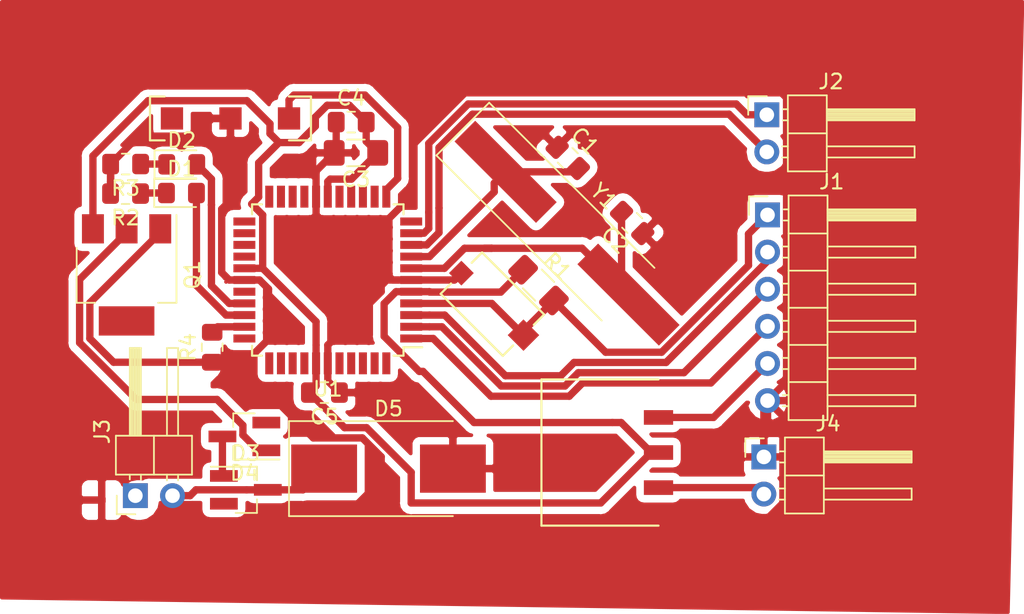
<source format=kicad_pcb>
(kicad_pcb (version 20171130) (host pcbnew "(5.0.2)-1")

  (general
    (thickness 1.6)
    (drawings 4)
    (tracks 228)
    (zones 0)
    (modules 24)
    (nets 49)
  )

  (page A4)
  (layers
    (0 F.Cu signal)
    (31 B.Cu signal)
    (32 B.Adhes user)
    (33 F.Adhes user)
    (34 B.Paste user)
    (35 F.Paste user)
    (36 B.SilkS user)
    (37 F.SilkS user)
    (38 B.Mask user)
    (39 F.Mask user)
    (40 Dwgs.User user)
    (41 Cmts.User user)
    (42 Eco1.User user)
    (43 Eco2.User user)
    (44 Edge.Cuts user)
    (45 Margin user)
    (46 B.CrtYd user)
    (47 F.CrtYd user)
    (48 B.Fab user)
    (49 F.Fab user hide)
  )

  (setup
    (last_trace_width 0.5)
    (trace_clearance 0.2)
    (zone_clearance 0.508)
    (zone_45_only no)
    (trace_min 0.5)
    (segment_width 0.2)
    (edge_width 0.1)
    (via_size 0.8)
    (via_drill 0.4)
    (via_min_size 0.4)
    (via_min_drill 0.3)
    (uvia_size 0.3)
    (uvia_drill 0.1)
    (uvias_allowed no)
    (uvia_min_size 0.2)
    (uvia_min_drill 0.1)
    (pcb_text_width 0.3)
    (pcb_text_size 1.5 1.5)
    (mod_edge_width 0.15)
    (mod_text_size 1 1)
    (mod_text_width 0.15)
    (pad_size 1.5 1.5)
    (pad_drill 0.6)
    (pad_to_mask_clearance 0)
    (solder_mask_min_width 0.25)
    (aux_axis_origin 0 0)
    (visible_elements 7FFFFFFF)
    (pcbplotparams
      (layerselection 0x010fc_ffffffff)
      (usegerberextensions false)
      (usegerberattributes false)
      (usegerberadvancedattributes false)
      (creategerberjobfile false)
      (excludeedgelayer true)
      (linewidth 0.100000)
      (plotframeref false)
      (viasonmask false)
      (mode 1)
      (useauxorigin false)
      (hpglpennumber 1)
      (hpglpenspeed 20)
      (hpglpendiameter 15.000000)
      (psnegative false)
      (psa4output false)
      (plotreference true)
      (plotvalue true)
      (plotinvisibletext false)
      (padsonsilk false)
      (subtractmaskfromsilk false)
      (outputformat 1)
      (mirror false)
      (drillshape 1)
      (scaleselection 1)
      (outputdirectory ""))
  )

  (net 0 "")
  (net 1 "Net-(C1-Pad2)")
  (net 2 GND)
  (net 3 "Net-(C2-Pad2)")
  (net 4 VCC)
  (net 5 "Net-(D1-Pad2)")
  (net 6 "Net-(D1-Pad1)")
  (net 7 "Net-(D2-Pad1)")
  (net 8 "Net-(D2-Pad2)")
  (net 9 "Net-(D3-Pad1)")
  (net 10 "Net-(D3-Pad2)")
  (net 11 /M+)
  (net 12 "Net-(D4-Pad2)")
  (net 13 "Net-(D4-Pad1)")
  (net 14 /~RESET)
  (net 15 "Net-(J1-Pad2)")
  (net 16 "Net-(J1-Pad3)")
  (net 17 "Net-(J1-Pad4)")
  (net 18 /+5V_USBasp)
  (net 19 "Net-(J2-Pad2)")
  (net 20 "Net-(J2-Pad1)")
  (net 21 +BATT)
  (net 22 "Net-(Q1-Pad1)")
  (net 23 "Net-(R4-Pad2)")
  (net 24 "Net-(SW3-Pad1)")
  (net 25 "Net-(U1-Pad11)")
  (net 26 "Net-(U1-Pad13)")
  (net 27 "Net-(U1-Pad14)")
  (net 28 "Net-(U1-Pad15)")
  (net 29 "Net-(U1-Pad16)")
  (net 30 "Net-(U1-Pad19)")
  (net 31 "Net-(U1-Pad20)")
  (net 32 "Net-(U1-Pad21)")
  (net 33 "Net-(U1-Pad22)")
  (net 34 "Net-(U1-Pad23)")
  (net 35 "Net-(U1-Pad24)")
  (net 36 "Net-(U1-Pad25)")
  (net 37 "Net-(U1-Pad26)")
  (net 38 "Net-(U1-Pad29)")
  (net 39 "Net-(U1-Pad33)")
  (net 40 "Net-(U1-Pad34)")
  (net 41 "Net-(U1-Pad35)")
  (net 42 "Net-(U1-Pad36)")
  (net 43 "Net-(U1-Pad37)")
  (net 44 "Net-(U1-Pad40)")
  (net 45 "Net-(U1-Pad41)")
  (net 46 "Net-(U1-Pad42)")
  (net 47 "Net-(U1-Pad43)")
  (net 48 "Net-(U1-Pad44)")

  (net_class Default "To jest domyślna klasa połączeń."
    (clearance 0.2)
    (trace_width 0.5)
    (via_dia 0.8)
    (via_drill 0.4)
    (uvia_dia 0.3)
    (uvia_drill 0.1)
    (add_net +BATT)
    (add_net /+5V_USBasp)
    (add_net /M+)
    (add_net /~RESET)
    (add_net GND)
    (add_net "Net-(C1-Pad2)")
    (add_net "Net-(C2-Pad2)")
    (add_net "Net-(D1-Pad1)")
    (add_net "Net-(D1-Pad2)")
    (add_net "Net-(D2-Pad1)")
    (add_net "Net-(D2-Pad2)")
    (add_net "Net-(D3-Pad1)")
    (add_net "Net-(D3-Pad2)")
    (add_net "Net-(D4-Pad1)")
    (add_net "Net-(D4-Pad2)")
    (add_net "Net-(J1-Pad2)")
    (add_net "Net-(J1-Pad3)")
    (add_net "Net-(J1-Pad4)")
    (add_net "Net-(J2-Pad1)")
    (add_net "Net-(J2-Pad2)")
    (add_net "Net-(Q1-Pad1)")
    (add_net "Net-(R4-Pad2)")
    (add_net "Net-(SW3-Pad1)")
    (add_net "Net-(U1-Pad11)")
    (add_net "Net-(U1-Pad13)")
    (add_net "Net-(U1-Pad14)")
    (add_net "Net-(U1-Pad15)")
    (add_net "Net-(U1-Pad16)")
    (add_net "Net-(U1-Pad19)")
    (add_net "Net-(U1-Pad20)")
    (add_net "Net-(U1-Pad21)")
    (add_net "Net-(U1-Pad22)")
    (add_net "Net-(U1-Pad23)")
    (add_net "Net-(U1-Pad24)")
    (add_net "Net-(U1-Pad25)")
    (add_net "Net-(U1-Pad26)")
    (add_net "Net-(U1-Pad29)")
    (add_net "Net-(U1-Pad33)")
    (add_net "Net-(U1-Pad34)")
    (add_net "Net-(U1-Pad35)")
    (add_net "Net-(U1-Pad36)")
    (add_net "Net-(U1-Pad37)")
    (add_net "Net-(U1-Pad40)")
    (add_net "Net-(U1-Pad41)")
    (add_net "Net-(U1-Pad42)")
    (add_net "Net-(U1-Pad43)")
    (add_net "Net-(U1-Pad44)")
    (add_net VCC)
  )

  (module Package_QFP:TQFP-44_10x10mm_P0.8mm (layer F.Cu) (tedit 5A02F146) (tstamp 5CFA1717)
    (at 137.4 53.15 180)
    (descr "44-Lead Plastic Thin Quad Flatpack (PT) - 10x10x1.0 mm Body [TQFP] (see Microchip Packaging Specification 00000049BS.pdf)")
    (tags "QFP 0.8")
    (path /5CD8387E)
    (attr smd)
    (fp_text reference U1 (at 0 -7.45 180) (layer F.SilkS)
      (effects (font (size 1 1) (thickness 0.15)))
    )
    (fp_text value ATmega32L-8AU (at 0 7.45 180) (layer F.Fab)
      (effects (font (size 1 1) (thickness 0.15)))
    )
    (fp_text user %R (at 0 0 180) (layer F.Fab)
      (effects (font (size 1 1) (thickness 0.15)))
    )
    (fp_line (start -4 -5) (end 5 -5) (layer F.Fab) (width 0.15))
    (fp_line (start 5 -5) (end 5 5) (layer F.Fab) (width 0.15))
    (fp_line (start 5 5) (end -5 5) (layer F.Fab) (width 0.15))
    (fp_line (start -5 5) (end -5 -4) (layer F.Fab) (width 0.15))
    (fp_line (start -5 -4) (end -4 -5) (layer F.Fab) (width 0.15))
    (fp_line (start -6.7 -6.7) (end -6.7 6.7) (layer F.CrtYd) (width 0.05))
    (fp_line (start 6.7 -6.7) (end 6.7 6.7) (layer F.CrtYd) (width 0.05))
    (fp_line (start -6.7 -6.7) (end 6.7 -6.7) (layer F.CrtYd) (width 0.05))
    (fp_line (start -6.7 6.7) (end 6.7 6.7) (layer F.CrtYd) (width 0.05))
    (fp_line (start -5.175 -5.175) (end -5.175 -4.6) (layer F.SilkS) (width 0.15))
    (fp_line (start 5.175 -5.175) (end 5.175 -4.5) (layer F.SilkS) (width 0.15))
    (fp_line (start 5.175 5.175) (end 5.175 4.5) (layer F.SilkS) (width 0.15))
    (fp_line (start -5.175 5.175) (end -5.175 4.5) (layer F.SilkS) (width 0.15))
    (fp_line (start -5.175 -5.175) (end -4.5 -5.175) (layer F.SilkS) (width 0.15))
    (fp_line (start -5.175 5.175) (end -4.5 5.175) (layer F.SilkS) (width 0.15))
    (fp_line (start 5.175 5.175) (end 4.5 5.175) (layer F.SilkS) (width 0.15))
    (fp_line (start 5.175 -5.175) (end 4.5 -5.175) (layer F.SilkS) (width 0.15))
    (fp_line (start -5.175 -4.6) (end -6.45 -4.6) (layer F.SilkS) (width 0.15))
    (pad 1 smd rect (at -5.7 -4 180) (size 1.5 0.55) (layers F.Cu F.Paste F.Mask)
      (net 17 "Net-(J1-Pad4)"))
    (pad 2 smd rect (at -5.7 -3.2 180) (size 1.5 0.55) (layers F.Cu F.Paste F.Mask)
      (net 16 "Net-(J1-Pad3)"))
    (pad 3 smd rect (at -5.7 -2.4 180) (size 1.5 0.55) (layers F.Cu F.Paste F.Mask)
      (net 15 "Net-(J1-Pad2)"))
    (pad 4 smd rect (at -5.7 -1.6 180) (size 1.5 0.55) (layers F.Cu F.Paste F.Mask)
      (net 14 /~RESET))
    (pad 5 smd rect (at -5.7 -0.8 180) (size 1.5 0.55) (layers F.Cu F.Paste F.Mask)
      (net 4 VCC))
    (pad 6 smd rect (at -5.7 0 180) (size 1.5 0.55) (layers F.Cu F.Paste F.Mask)
      (net 2 GND))
    (pad 7 smd rect (at -5.7 0.8 180) (size 1.5 0.55) (layers F.Cu F.Paste F.Mask)
      (net 3 "Net-(C2-Pad2)"))
    (pad 8 smd rect (at -5.7 1.6 180) (size 1.5 0.55) (layers F.Cu F.Paste F.Mask)
      (net 1 "Net-(C1-Pad2)"))
    (pad 9 smd rect (at -5.7 2.4 180) (size 1.5 0.55) (layers F.Cu F.Paste F.Mask)
      (net 19 "Net-(J2-Pad2)"))
    (pad 10 smd rect (at -5.7 3.2 180) (size 1.5 0.55) (layers F.Cu F.Paste F.Mask)
      (net 20 "Net-(J2-Pad1)"))
    (pad 11 smd rect (at -5.7 4 180) (size 1.5 0.55) (layers F.Cu F.Paste F.Mask)
      (net 25 "Net-(U1-Pad11)"))
    (pad 12 smd rect (at -4 5.7 270) (size 1.5 0.55) (layers F.Cu F.Paste F.Mask)
      (net 24 "Net-(SW3-Pad1)"))
    (pad 13 smd rect (at -3.2 5.7 270) (size 1.5 0.55) (layers F.Cu F.Paste F.Mask)
      (net 26 "Net-(U1-Pad13)"))
    (pad 14 smd rect (at -2.4 5.7 270) (size 1.5 0.55) (layers F.Cu F.Paste F.Mask)
      (net 27 "Net-(U1-Pad14)"))
    (pad 15 smd rect (at -1.6 5.7 270) (size 1.5 0.55) (layers F.Cu F.Paste F.Mask)
      (net 28 "Net-(U1-Pad15)"))
    (pad 16 smd rect (at -0.8 5.7 270) (size 1.5 0.55) (layers F.Cu F.Paste F.Mask)
      (net 29 "Net-(U1-Pad16)"))
    (pad 17 smd rect (at 0 5.7 270) (size 1.5 0.55) (layers F.Cu F.Paste F.Mask)
      (net 4 VCC))
    (pad 18 smd rect (at 0.8 5.7 270) (size 1.5 0.55) (layers F.Cu F.Paste F.Mask)
      (net 2 GND))
    (pad 19 smd rect (at 1.6 5.7 270) (size 1.5 0.55) (layers F.Cu F.Paste F.Mask)
      (net 30 "Net-(U1-Pad19)"))
    (pad 20 smd rect (at 2.4 5.7 270) (size 1.5 0.55) (layers F.Cu F.Paste F.Mask)
      (net 31 "Net-(U1-Pad20)"))
    (pad 21 smd rect (at 3.2 5.7 270) (size 1.5 0.55) (layers F.Cu F.Paste F.Mask)
      (net 32 "Net-(U1-Pad21)"))
    (pad 22 smd rect (at 4 5.7 270) (size 1.5 0.55) (layers F.Cu F.Paste F.Mask)
      (net 33 "Net-(U1-Pad22)"))
    (pad 23 smd rect (at 5.7 4 180) (size 1.5 0.55) (layers F.Cu F.Paste F.Mask)
      (net 34 "Net-(U1-Pad23)"))
    (pad 24 smd rect (at 5.7 3.2 180) (size 1.5 0.55) (layers F.Cu F.Paste F.Mask)
      (net 35 "Net-(U1-Pad24)"))
    (pad 25 smd rect (at 5.7 2.4 180) (size 1.5 0.55) (layers F.Cu F.Paste F.Mask)
      (net 36 "Net-(U1-Pad25)"))
    (pad 26 smd rect (at 5.7 1.6 180) (size 1.5 0.55) (layers F.Cu F.Paste F.Mask)
      (net 37 "Net-(U1-Pad26)"))
    (pad 27 smd rect (at 5.7 0.8 180) (size 1.5 0.55) (layers F.Cu F.Paste F.Mask)
      (net 4 VCC))
    (pad 28 smd rect (at 5.7 0 180) (size 1.5 0.55) (layers F.Cu F.Paste F.Mask)
      (net 2 GND))
    (pad 29 smd rect (at 5.7 -0.8 180) (size 1.5 0.55) (layers F.Cu F.Paste F.Mask)
      (net 38 "Net-(U1-Pad29)"))
    (pad 30 smd rect (at 5.7 -1.6 180) (size 1.5 0.55) (layers F.Cu F.Paste F.Mask)
      (net 8 "Net-(D2-Pad2)"))
    (pad 31 smd rect (at 5.7 -2.4 180) (size 1.5 0.55) (layers F.Cu F.Paste F.Mask)
      (net 5 "Net-(D1-Pad2)"))
    (pad 32 smd rect (at 5.7 -3.2 180) (size 1.5 0.55) (layers F.Cu F.Paste F.Mask)
      (net 23 "Net-(R4-Pad2)"))
    (pad 33 smd rect (at 5.7 -4 180) (size 1.5 0.55) (layers F.Cu F.Paste F.Mask)
      (net 39 "Net-(U1-Pad33)"))
    (pad 34 smd rect (at 4 -5.7 270) (size 1.5 0.55) (layers F.Cu F.Paste F.Mask)
      (net 40 "Net-(U1-Pad34)"))
    (pad 35 smd rect (at 3.2 -5.7 270) (size 1.5 0.55) (layers F.Cu F.Paste F.Mask)
      (net 41 "Net-(U1-Pad35)"))
    (pad 36 smd rect (at 2.4 -5.7 270) (size 1.5 0.55) (layers F.Cu F.Paste F.Mask)
      (net 42 "Net-(U1-Pad36)"))
    (pad 37 smd rect (at 1.6 -5.7 270) (size 1.5 0.55) (layers F.Cu F.Paste F.Mask)
      (net 43 "Net-(U1-Pad37)"))
    (pad 38 smd rect (at 0.8 -5.7 270) (size 1.5 0.55) (layers F.Cu F.Paste F.Mask)
      (net 4 VCC))
    (pad 39 smd rect (at 0 -5.7 270) (size 1.5 0.55) (layers F.Cu F.Paste F.Mask)
      (net 2 GND))
    (pad 40 smd rect (at -0.8 -5.7 270) (size 1.5 0.55) (layers F.Cu F.Paste F.Mask)
      (net 44 "Net-(U1-Pad40)"))
    (pad 41 smd rect (at -1.6 -5.7 270) (size 1.5 0.55) (layers F.Cu F.Paste F.Mask)
      (net 45 "Net-(U1-Pad41)"))
    (pad 42 smd rect (at -2.4 -5.7 270) (size 1.5 0.55) (layers F.Cu F.Paste F.Mask)
      (net 46 "Net-(U1-Pad42)"))
    (pad 43 smd rect (at -3.2 -5.7 270) (size 1.5 0.55) (layers F.Cu F.Paste F.Mask)
      (net 47 "Net-(U1-Pad43)"))
    (pad 44 smd rect (at -4 -5.7 270) (size 1.5 0.55) (layers F.Cu F.Paste F.Mask)
      (net 48 "Net-(U1-Pad44)"))
    (model ${KISYS3DMOD}/Package_QFP.3dshapes/TQFP-44_10x10mm_P0.8mm.wrl
      (at (xyz 0 0 0))
      (scale (xyz 1 1 1))
      (rotate (xyz 0 0 0))
    )
  )

  (module Resistor_SMD:R_0805_2012Metric_Pad1.15x1.40mm_HandSolder (layer F.Cu) (tedit 5B36C52B) (tstamp 5CFA14AA)
    (at 153.8 44.8 315)
    (descr "Resistor SMD 0805 (2012 Metric), square (rectangular) end terminal, IPC_7351 nominal with elongated pad for handsoldering. (Body size source: https://docs.google.com/spreadsheets/d/1BsfQQcO9C6DZCsRaXUlFlo91Tg2WpOkGARC1WS5S8t0/edit?usp=sharing), generated with kicad-footprint-generator")
    (tags "resistor handsolder")
    (path /5C46250B)
    (attr smd)
    (fp_text reference C1 (at 0 -1.65 315) (layer F.SilkS)
      (effects (font (size 1 1) (thickness 0.15)))
    )
    (fp_text value 22p (at 0 1.65 315) (layer F.Fab)
      (effects (font (size 1 1) (thickness 0.15)))
    )
    (fp_text user %R (at 0.015 0.07 315) (layer F.Fab)
      (effects (font (size 0.5 0.5) (thickness 0.08)))
    )
    (fp_line (start 1.85 0.95) (end -1.85 0.95) (layer F.CrtYd) (width 0.05))
    (fp_line (start 1.85 -0.95) (end 1.85 0.95) (layer F.CrtYd) (width 0.05))
    (fp_line (start -1.85 -0.95) (end 1.85 -0.95) (layer F.CrtYd) (width 0.05))
    (fp_line (start -1.85 0.95) (end -1.85 -0.95) (layer F.CrtYd) (width 0.05))
    (fp_line (start -0.261252 0.71) (end 0.261252 0.71) (layer F.SilkS) (width 0.12))
    (fp_line (start -0.261252 -0.71) (end 0.261252 -0.71) (layer F.SilkS) (width 0.12))
    (fp_line (start 1 0.6) (end -1 0.6) (layer F.Fab) (width 0.1))
    (fp_line (start 1 -0.6) (end 1 0.6) (layer F.Fab) (width 0.1))
    (fp_line (start -1 -0.6) (end 1 -0.6) (layer F.Fab) (width 0.1))
    (fp_line (start -1 0.6) (end -1 -0.6) (layer F.Fab) (width 0.1))
    (pad 2 smd roundrect (at 1.024999 0 315) (size 1.15 1.4) (layers F.Cu F.Paste F.Mask) (roundrect_rratio 0.217391)
      (net 1 "Net-(C1-Pad2)"))
    (pad 1 smd roundrect (at -1.024999 0 315) (size 1.15 1.4) (layers F.Cu F.Paste F.Mask) (roundrect_rratio 0.217391)
      (net 2 GND))
    (model ${KISYS3DMOD}/Resistor_SMD.3dshapes/R_0805_2012Metric.wrl
      (at (xyz 0 0 0))
      (scale (xyz 1 1 1))
      (rotate (xyz 0 0 0))
    )
  )

  (module Resistor_SMD:R_0805_2012Metric_Pad1.15x1.40mm_HandSolder (layer F.Cu) (tedit 5B36C52B) (tstamp 5CFA14BB)
    (at 158.2 49.25 135)
    (descr "Resistor SMD 0805 (2012 Metric), square (rectangular) end terminal, IPC_7351 nominal with elongated pad for handsoldering. (Body size source: https://docs.google.com/spreadsheets/d/1BsfQQcO9C6DZCsRaXUlFlo91Tg2WpOkGARC1WS5S8t0/edit?usp=sharing), generated with kicad-footprint-generator")
    (tags "resistor handsolder")
    (path /5C4625EF)
    (attr smd)
    (fp_text reference C2 (at 0 -1.65 135) (layer F.SilkS)
      (effects (font (size 1 1) (thickness 0.15)))
    )
    (fp_text value 22p (at 0 1.65 135) (layer F.Fab)
      (effects (font (size 1 1) (thickness 0.15)))
    )
    (fp_line (start -1 0.6) (end -1 -0.6) (layer F.Fab) (width 0.1))
    (fp_line (start -1 -0.6) (end 1 -0.6) (layer F.Fab) (width 0.1))
    (fp_line (start 1 -0.6) (end 1 0.6) (layer F.Fab) (width 0.1))
    (fp_line (start 1 0.6) (end -1 0.6) (layer F.Fab) (width 0.1))
    (fp_line (start -0.261252 -0.71) (end 0.261252 -0.71) (layer F.SilkS) (width 0.12))
    (fp_line (start -0.261252 0.71) (end 0.261252 0.71) (layer F.SilkS) (width 0.12))
    (fp_line (start -1.85 0.95) (end -1.85 -0.95) (layer F.CrtYd) (width 0.05))
    (fp_line (start -1.85 -0.95) (end 1.85 -0.95) (layer F.CrtYd) (width 0.05))
    (fp_line (start 1.85 -0.95) (end 1.85 0.95) (layer F.CrtYd) (width 0.05))
    (fp_line (start 1.85 0.95) (end -1.85 0.95) (layer F.CrtYd) (width 0.05))
    (fp_text user %R (at 0 0 135) (layer F.Fab)
      (effects (font (size 0.5 0.5) (thickness 0.08)))
    )
    (pad 1 smd roundrect (at -1.024999 0 135) (size 1.15 1.4) (layers F.Cu F.Paste F.Mask) (roundrect_rratio 0.217391)
      (net 2 GND))
    (pad 2 smd roundrect (at 1.024999 0 135) (size 1.15 1.4) (layers F.Cu F.Paste F.Mask) (roundrect_rratio 0.217391)
      (net 3 "Net-(C2-Pad2)"))
    (model ${KISYS3DMOD}/Resistor_SMD.3dshapes/R_0805_2012Metric.wrl
      (at (xyz 0 0 0))
      (scale (xyz 1 1 1))
      (rotate (xyz 0 0 0))
    )
  )

  (module Resistor_SMD:R_1206_3216Metric_Pad1.42x1.75mm_HandSolder (layer F.Cu) (tedit 5B301BBD) (tstamp 5CFA14CC)
    (at 139.324999 44.454999 180)
    (descr "Resistor SMD 1206 (3216 Metric), square (rectangular) end terminal, IPC_7351 nominal with elongated pad for handsoldering. (Body size source: http://www.tortai-tech.com/upload/download/2011102023233369053.pdf), generated with kicad-footprint-generator")
    (tags "resistor handsolder")
    (path /5C4649B7)
    (attr smd)
    (fp_text reference C3 (at 0 -1.82 180) (layer F.SilkS)
      (effects (font (size 1 1) (thickness 0.15)))
    )
    (fp_text value 22u (at 0 1.82 180) (layer F.Fab)
      (effects (font (size 1 1) (thickness 0.15)))
    )
    (fp_text user %R (at 0 0) (layer F.Fab)
      (effects (font (size 0.8 0.8) (thickness 0.12)))
    )
    (fp_line (start 2.45 1.12) (end -2.45 1.12) (layer F.CrtYd) (width 0.05))
    (fp_line (start 2.45 -1.12) (end 2.45 1.12) (layer F.CrtYd) (width 0.05))
    (fp_line (start -2.45 -1.12) (end 2.45 -1.12) (layer F.CrtYd) (width 0.05))
    (fp_line (start -2.45 1.12) (end -2.45 -1.12) (layer F.CrtYd) (width 0.05))
    (fp_line (start -0.602064 0.91) (end 0.602064 0.91) (layer F.SilkS) (width 0.12))
    (fp_line (start -0.602064 -0.91) (end 0.602064 -0.91) (layer F.SilkS) (width 0.12))
    (fp_line (start 1.6 0.8) (end -1.6 0.8) (layer F.Fab) (width 0.1))
    (fp_line (start 1.6 -0.8) (end 1.6 0.8) (layer F.Fab) (width 0.1))
    (fp_line (start -1.6 -0.8) (end 1.6 -0.8) (layer F.Fab) (width 0.1))
    (fp_line (start -1.6 0.8) (end -1.6 -0.8) (layer F.Fab) (width 0.1))
    (pad 2 smd roundrect (at 1.4875 0 180) (size 1.425 1.75) (layers F.Cu F.Paste F.Mask) (roundrect_rratio 0.175439)
      (net 2 GND))
    (pad 1 smd roundrect (at -1.4875 0 180) (size 1.425 1.75) (layers F.Cu F.Paste F.Mask) (roundrect_rratio 0.175439)
      (net 4 VCC))
    (model ${KISYS3DMOD}/Resistor_SMD.3dshapes/R_1206_3216Metric.wrl
      (at (xyz 0 0 0))
      (scale (xyz 1 1 1))
      (rotate (xyz 0 0 0))
    )
  )

  (module Resistor_SMD:R_0805_2012Metric_Pad1.15x1.40mm_HandSolder (layer F.Cu) (tedit 5B36C52B) (tstamp 5CFA14DD)
    (at 139 42.35)
    (descr "Resistor SMD 0805 (2012 Metric), square (rectangular) end terminal, IPC_7351 nominal with elongated pad for handsoldering. (Body size source: https://docs.google.com/spreadsheets/d/1BsfQQcO9C6DZCsRaXUlFlo91Tg2WpOkGARC1WS5S8t0/edit?usp=sharing), generated with kicad-footprint-generator")
    (tags "resistor handsolder")
    (path /5C4636FC)
    (attr smd)
    (fp_text reference C4 (at 0 -1.65) (layer F.SilkS)
      (effects (font (size 1 1) (thickness 0.15)))
    )
    (fp_text value 100n (at 0 1.65) (layer F.Fab)
      (effects (font (size 1 1) (thickness 0.15)))
    )
    (fp_text user %R (at 0 0) (layer F.Fab)
      (effects (font (size 0.5 0.5) (thickness 0.08)))
    )
    (fp_line (start 1.85 0.95) (end -1.85 0.95) (layer F.CrtYd) (width 0.05))
    (fp_line (start 1.85 -0.95) (end 1.85 0.95) (layer F.CrtYd) (width 0.05))
    (fp_line (start -1.85 -0.95) (end 1.85 -0.95) (layer F.CrtYd) (width 0.05))
    (fp_line (start -1.85 0.95) (end -1.85 -0.95) (layer F.CrtYd) (width 0.05))
    (fp_line (start -0.261252 0.71) (end 0.261252 0.71) (layer F.SilkS) (width 0.12))
    (fp_line (start -0.261252 -0.71) (end 0.261252 -0.71) (layer F.SilkS) (width 0.12))
    (fp_line (start 1 0.6) (end -1 0.6) (layer F.Fab) (width 0.1))
    (fp_line (start 1 -0.6) (end 1 0.6) (layer F.Fab) (width 0.1))
    (fp_line (start -1 -0.6) (end 1 -0.6) (layer F.Fab) (width 0.1))
    (fp_line (start -1 0.6) (end -1 -0.6) (layer F.Fab) (width 0.1))
    (pad 2 smd roundrect (at 1.025 0) (size 1.15 1.4) (layers F.Cu F.Paste F.Mask) (roundrect_rratio 0.217391)
      (net 4 VCC))
    (pad 1 smd roundrect (at -1.025 0) (size 1.15 1.4) (layers F.Cu F.Paste F.Mask) (roundrect_rratio 0.217391)
      (net 2 GND))
    (model ${KISYS3DMOD}/Resistor_SMD.3dshapes/R_0805_2012Metric.wrl
      (at (xyz 0 0 0))
      (scale (xyz 1 1 1))
      (rotate (xyz 0 0 0))
    )
  )

  (module Resistor_SMD:R_0805_2012Metric_Pad1.15x1.40mm_HandSolder (layer F.Cu) (tedit 5B36C52B) (tstamp 5CFA14EE)
    (at 137.17 60.85 180)
    (descr "Resistor SMD 0805 (2012 Metric), square (rectangular) end terminal, IPC_7351 nominal with elongated pad for handsoldering. (Body size source: https://docs.google.com/spreadsheets/d/1BsfQQcO9C6DZCsRaXUlFlo91Tg2WpOkGARC1WS5S8t0/edit?usp=sharing), generated with kicad-footprint-generator")
    (tags "resistor handsolder")
    (path /5C463759)
    (attr smd)
    (fp_text reference C5 (at 0 -1.65 180) (layer F.SilkS)
      (effects (font (size 1 1) (thickness 0.15)))
    )
    (fp_text value 100n (at 0 1.65 180) (layer F.Fab)
      (effects (font (size 1 1) (thickness 0.15)))
    )
    (fp_line (start -1 0.6) (end -1 -0.6) (layer F.Fab) (width 0.1))
    (fp_line (start -1 -0.6) (end 1 -0.6) (layer F.Fab) (width 0.1))
    (fp_line (start 1 -0.6) (end 1 0.6) (layer F.Fab) (width 0.1))
    (fp_line (start 1 0.6) (end -1 0.6) (layer F.Fab) (width 0.1))
    (fp_line (start -0.261252 -0.71) (end 0.261252 -0.71) (layer F.SilkS) (width 0.12))
    (fp_line (start -0.261252 0.71) (end 0.261252 0.71) (layer F.SilkS) (width 0.12))
    (fp_line (start -1.85 0.95) (end -1.85 -0.95) (layer F.CrtYd) (width 0.05))
    (fp_line (start -1.85 -0.95) (end 1.85 -0.95) (layer F.CrtYd) (width 0.05))
    (fp_line (start 1.85 -0.95) (end 1.85 0.95) (layer F.CrtYd) (width 0.05))
    (fp_line (start 1.85 0.95) (end -1.85 0.95) (layer F.CrtYd) (width 0.05))
    (fp_text user %R (at 0 0 180) (layer F.Fab)
      (effects (font (size 0.5 0.5) (thickness 0.08)))
    )
    (pad 1 smd roundrect (at -1.025 0 180) (size 1.15 1.4) (layers F.Cu F.Paste F.Mask) (roundrect_rratio 0.217391)
      (net 2 GND))
    (pad 2 smd roundrect (at 1.025 0 180) (size 1.15 1.4) (layers F.Cu F.Paste F.Mask) (roundrect_rratio 0.217391)
      (net 4 VCC))
    (model ${KISYS3DMOD}/Resistor_SMD.3dshapes/R_0805_2012Metric.wrl
      (at (xyz 0 0 0))
      (scale (xyz 1 1 1))
      (rotate (xyz 0 0 0))
    )
  )

  (module LED_SMD:LED_0805_2012Metric_Pad1.15x1.40mm_HandSolder (layer F.Cu) (tedit 5B4B45C9) (tstamp 5CFA1501)
    (at 127.4 47.2)
    (descr "LED SMD 0805 (2012 Metric), square (rectangular) end terminal, IPC_7351 nominal, (Body size source: https://docs.google.com/spreadsheets/d/1BsfQQcO9C6DZCsRaXUlFlo91Tg2WpOkGARC1WS5S8t0/edit?usp=sharing), generated with kicad-footprint-generator")
    (tags "LED handsolder")
    (path /5C46AD33)
    (attr smd)
    (fp_text reference D1 (at 0 -1.65) (layer F.SilkS)
      (effects (font (size 1 1) (thickness 0.15)))
    )
    (fp_text value LED (at 0 1.65) (layer F.Fab)
      (effects (font (size 1 1) (thickness 0.15)))
    )
    (fp_text user %R (at 0 0) (layer F.Fab)
      (effects (font (size 0.5 0.5) (thickness 0.08)))
    )
    (fp_line (start 1.85 0.95) (end -1.85 0.95) (layer F.CrtYd) (width 0.05))
    (fp_line (start 1.85 -0.95) (end 1.85 0.95) (layer F.CrtYd) (width 0.05))
    (fp_line (start -1.85 -0.95) (end 1.85 -0.95) (layer F.CrtYd) (width 0.05))
    (fp_line (start -1.85 0.95) (end -1.85 -0.95) (layer F.CrtYd) (width 0.05))
    (fp_line (start -1.86 0.96) (end 1 0.96) (layer F.SilkS) (width 0.12))
    (fp_line (start -1.86 -0.96) (end -1.86 0.96) (layer F.SilkS) (width 0.12))
    (fp_line (start 1 -0.96) (end -1.86 -0.96) (layer F.SilkS) (width 0.12))
    (fp_line (start 1 0.6) (end 1 -0.6) (layer F.Fab) (width 0.1))
    (fp_line (start -1 0.6) (end 1 0.6) (layer F.Fab) (width 0.1))
    (fp_line (start -1 -0.3) (end -1 0.6) (layer F.Fab) (width 0.1))
    (fp_line (start -0.7 -0.6) (end -1 -0.3) (layer F.Fab) (width 0.1))
    (fp_line (start 1 -0.6) (end -0.7 -0.6) (layer F.Fab) (width 0.1))
    (pad 2 smd roundrect (at 1.025 0) (size 1.15 1.4) (layers F.Cu F.Paste F.Mask) (roundrect_rratio 0.217391)
      (net 5 "Net-(D1-Pad2)"))
    (pad 1 smd roundrect (at -1.025 0) (size 1.15 1.4) (layers F.Cu F.Paste F.Mask) (roundrect_rratio 0.217391)
      (net 6 "Net-(D1-Pad1)"))
    (model ${KISYS3DMOD}/LED_SMD.3dshapes/LED_0805_2012Metric.wrl
      (at (xyz 0 0 0))
      (scale (xyz 1 1 1))
      (rotate (xyz 0 0 0))
    )
  )

  (module LED_SMD:LED_0805_2012Metric_Pad1.15x1.40mm_HandSolder (layer F.Cu) (tedit 5B4B45C9) (tstamp 5CFA1514)
    (at 127.42 45.24)
    (descr "LED SMD 0805 (2012 Metric), square (rectangular) end terminal, IPC_7351 nominal, (Body size source: https://docs.google.com/spreadsheets/d/1BsfQQcO9C6DZCsRaXUlFlo91Tg2WpOkGARC1WS5S8t0/edit?usp=sharing), generated with kicad-footprint-generator")
    (tags "LED handsolder")
    (path /5C46AE3D)
    (attr smd)
    (fp_text reference D2 (at 0 -1.65) (layer F.SilkS)
      (effects (font (size 1 1) (thickness 0.15)))
    )
    (fp_text value LED (at 0 1.65) (layer F.Fab)
      (effects (font (size 1 1) (thickness 0.15)))
    )
    (fp_line (start 1 -0.6) (end -0.7 -0.6) (layer F.Fab) (width 0.1))
    (fp_line (start -0.7 -0.6) (end -1 -0.3) (layer F.Fab) (width 0.1))
    (fp_line (start -1 -0.3) (end -1 0.6) (layer F.Fab) (width 0.1))
    (fp_line (start -1 0.6) (end 1 0.6) (layer F.Fab) (width 0.1))
    (fp_line (start 1 0.6) (end 1 -0.6) (layer F.Fab) (width 0.1))
    (fp_line (start 1 -0.96) (end -1.86 -0.96) (layer F.SilkS) (width 0.12))
    (fp_line (start -1.86 -0.96) (end -1.86 0.96) (layer F.SilkS) (width 0.12))
    (fp_line (start -1.86 0.96) (end 1 0.96) (layer F.SilkS) (width 0.12))
    (fp_line (start -1.85 0.95) (end -1.85 -0.95) (layer F.CrtYd) (width 0.05))
    (fp_line (start -1.85 -0.95) (end 1.85 -0.95) (layer F.CrtYd) (width 0.05))
    (fp_line (start 1.85 -0.95) (end 1.85 0.95) (layer F.CrtYd) (width 0.05))
    (fp_line (start 1.85 0.95) (end -1.85 0.95) (layer F.CrtYd) (width 0.05))
    (fp_text user %R (at 0 0) (layer F.Fab)
      (effects (font (size 0.5 0.5) (thickness 0.08)))
    )
    (pad 1 smd roundrect (at -1.025 0) (size 1.15 1.4) (layers F.Cu F.Paste F.Mask) (roundrect_rratio 0.217391)
      (net 7 "Net-(D2-Pad1)"))
    (pad 2 smd roundrect (at 1.025 0) (size 1.15 1.4) (layers F.Cu F.Paste F.Mask) (roundrect_rratio 0.217391)
      (net 8 "Net-(D2-Pad2)"))
    (model ${KISYS3DMOD}/LED_SMD.3dshapes/LED_0805_2012Metric.wrl
      (at (xyz 0 0 0))
      (scale (xyz 1 1 1))
      (rotate (xyz 0 0 0))
    )
  )

  (module Package_TO_SOT_SMD:SOT-23_Handsoldering (layer F.Cu) (tedit 5A0AB76C) (tstamp 5CFA1529)
    (at 131.8 67.5)
    (descr "SOT-23, Handsoldering")
    (tags SOT-23)
    (path /5C472630)
    (attr smd)
    (fp_text reference D3 (at 0 -2.5) (layer F.SilkS)
      (effects (font (size 1 1) (thickness 0.15)))
    )
    (fp_text value D_Schottky (at 0 2.5) (layer F.Fab)
      (effects (font (size 1 1) (thickness 0.15)))
    )
    (fp_text user %R (at 0 0 90) (layer F.Fab)
      (effects (font (size 0.5 0.5) (thickness 0.075)))
    )
    (fp_line (start 0.76 1.58) (end 0.76 0.65) (layer F.SilkS) (width 0.12))
    (fp_line (start 0.76 -1.58) (end 0.76 -0.65) (layer F.SilkS) (width 0.12))
    (fp_line (start -2.7 -1.75) (end 2.7 -1.75) (layer F.CrtYd) (width 0.05))
    (fp_line (start 2.7 -1.75) (end 2.7 1.75) (layer F.CrtYd) (width 0.05))
    (fp_line (start 2.7 1.75) (end -2.7 1.75) (layer F.CrtYd) (width 0.05))
    (fp_line (start -2.7 1.75) (end -2.7 -1.75) (layer F.CrtYd) (width 0.05))
    (fp_line (start 0.76 -1.58) (end -2.4 -1.58) (layer F.SilkS) (width 0.12))
    (fp_line (start -0.7 -0.95) (end -0.7 1.5) (layer F.Fab) (width 0.1))
    (fp_line (start -0.15 -1.52) (end 0.7 -1.52) (layer F.Fab) (width 0.1))
    (fp_line (start -0.7 -0.95) (end -0.15 -1.52) (layer F.Fab) (width 0.1))
    (fp_line (start 0.7 -1.52) (end 0.7 1.52) (layer F.Fab) (width 0.1))
    (fp_line (start -0.7 1.52) (end 0.7 1.52) (layer F.Fab) (width 0.1))
    (fp_line (start 0.76 1.58) (end -0.7 1.58) (layer F.SilkS) (width 0.12))
    (pad 1 smd rect (at -1.5 -0.95) (size 1.9 0.8) (layers F.Cu F.Paste F.Mask)
      (net 9 "Net-(D3-Pad1)"))
    (pad 2 smd rect (at -1.5 0.95) (size 1.9 0.8) (layers F.Cu F.Paste F.Mask)
      (net 10 "Net-(D3-Pad2)"))
    (pad 3 smd rect (at 1.5 0) (size 1.9 0.8) (layers F.Cu F.Paste F.Mask)
      (net 11 /M+))
    (model ${KISYS3DMOD}/Package_TO_SOT_SMD.3dshapes/SOT-23.wrl
      (at (xyz 0 0 0))
      (scale (xyz 1 1 1))
      (rotate (xyz 0 0 0))
    )
  )

  (module Package_TO_SOT_SMD:SOT-23_Handsoldering (layer F.Cu) (tedit 5A0AB76C) (tstamp 5CFA153E)
    (at 131.7 63.85 180)
    (descr "SOT-23, Handsoldering")
    (tags SOT-23)
    (path /5C473502)
    (attr smd)
    (fp_text reference D4 (at 0 -2.5 180) (layer F.SilkS)
      (effects (font (size 1 1) (thickness 0.15)))
    )
    (fp_text value D_Schottky (at 0 2.5 180) (layer F.Fab)
      (effects (font (size 1 1) (thickness 0.15)))
    )
    (fp_line (start 0.76 1.58) (end -0.7 1.58) (layer F.SilkS) (width 0.12))
    (fp_line (start -0.7 1.52) (end 0.7 1.52) (layer F.Fab) (width 0.1))
    (fp_line (start 0.7 -1.52) (end 0.7 1.52) (layer F.Fab) (width 0.1))
    (fp_line (start -0.7 -0.95) (end -0.15 -1.52) (layer F.Fab) (width 0.1))
    (fp_line (start -0.15 -1.52) (end 0.7 -1.52) (layer F.Fab) (width 0.1))
    (fp_line (start -0.7 -0.95) (end -0.7 1.5) (layer F.Fab) (width 0.1))
    (fp_line (start 0.76 -1.58) (end -2.4 -1.58) (layer F.SilkS) (width 0.12))
    (fp_line (start -2.7 1.75) (end -2.7 -1.75) (layer F.CrtYd) (width 0.05))
    (fp_line (start 2.7 1.75) (end -2.7 1.75) (layer F.CrtYd) (width 0.05))
    (fp_line (start 2.7 -1.75) (end 2.7 1.75) (layer F.CrtYd) (width 0.05))
    (fp_line (start -2.7 -1.75) (end 2.7 -1.75) (layer F.CrtYd) (width 0.05))
    (fp_line (start 0.76 -1.58) (end 0.76 -0.65) (layer F.SilkS) (width 0.12))
    (fp_line (start 0.76 1.58) (end 0.76 0.65) (layer F.SilkS) (width 0.12))
    (fp_text user %R (at 0 0 270) (layer F.Fab)
      (effects (font (size 0.5 0.5) (thickness 0.075)))
    )
    (pad 3 smd rect (at 1.5 0 180) (size 1.9 0.8) (layers F.Cu F.Paste F.Mask)
      (net 9 "Net-(D3-Pad1)"))
    (pad 2 smd rect (at -1.5 0.95 180) (size 1.9 0.8) (layers F.Cu F.Paste F.Mask)
      (net 12 "Net-(D4-Pad2)"))
    (pad 1 smd rect (at -1.5 -0.95 180) (size 1.9 0.8) (layers F.Cu F.Paste F.Mask)
      (net 13 "Net-(D4-Pad1)"))
    (model ${KISYS3DMOD}/Package_TO_SOT_SMD.3dshapes/SOT-23.wrl
      (at (xyz 0 0 0))
      (scale (xyz 1 1 1))
      (rotate (xyz 0 0 0))
    )
  )

  (module Diode_SMD:D_SMC_Handsoldering (layer F.Cu) (tedit 58642B03) (tstamp 5CFA1556)
    (at 141.55 66.05)
    (descr "Diode SMC (DO-214AB) Handsoldering")
    (tags "Diode SMC (DO-214AB) Handsoldering")
    (path /5C474305)
    (attr smd)
    (fp_text reference D5 (at 0 -4.1) (layer F.SilkS)
      (effects (font (size 1 1) (thickness 0.15)))
    )
    (fp_text value D (at 0 4.2) (layer F.Fab)
      (effects (font (size 1 1) (thickness 0.15)))
    )
    (fp_text user %R (at 0 -1.5) (layer F.Fab)
      (effects (font (size 1 1) (thickness 0.15)))
    )
    (fp_line (start -6.8 3.25) (end -6.8 -3.25) (layer F.SilkS) (width 0.12))
    (fp_line (start 3.55 3.1) (end -3.55 3.1) (layer F.Fab) (width 0.1))
    (fp_line (start -3.55 3.1) (end -3.55 -3.1) (layer F.Fab) (width 0.1))
    (fp_line (start 3.55 -3.1) (end 3.55 3.1) (layer F.Fab) (width 0.1))
    (fp_line (start 3.55 -3.1) (end -3.55 -3.1) (layer F.Fab) (width 0.1))
    (fp_line (start -6.9 -3.35) (end 6.9 -3.35) (layer F.CrtYd) (width 0.05))
    (fp_line (start 6.9 -3.35) (end 6.9 3.35) (layer F.CrtYd) (width 0.05))
    (fp_line (start 6.9 3.35) (end -6.9 3.35) (layer F.CrtYd) (width 0.05))
    (fp_line (start -6.9 3.35) (end -6.9 -3.35) (layer F.CrtYd) (width 0.05))
    (fp_line (start -0.64944 0.00102) (end -1.55114 0.00102) (layer F.Fab) (width 0.1))
    (fp_line (start 0.50118 0.00102) (end 1.4994 0.00102) (layer F.Fab) (width 0.1))
    (fp_line (start -0.64944 -0.79908) (end -0.64944 0.80112) (layer F.Fab) (width 0.1))
    (fp_line (start 0.50118 0.75032) (end 0.50118 -0.79908) (layer F.Fab) (width 0.1))
    (fp_line (start -0.64944 0.00102) (end 0.50118 0.75032) (layer F.Fab) (width 0.1))
    (fp_line (start -0.64944 0.00102) (end 0.50118 -0.79908) (layer F.Fab) (width 0.1))
    (fp_line (start -6.8 3.25) (end 4.4 3.25) (layer F.SilkS) (width 0.12))
    (fp_line (start -6.8 -3.25) (end 4.4 -3.25) (layer F.SilkS) (width 0.12))
    (pad 1 smd rect (at -4.4 0 90) (size 3.3 4.5) (layers F.Cu F.Paste F.Mask)
      (net 11 /M+))
    (pad 2 smd rect (at 4.4 0 90) (size 3.3 4.5) (layers F.Cu F.Paste F.Mask)
      (net 2 GND))
    (model ${KISYS3DMOD}/Diode_SMD.3dshapes/D_SMC.wrl
      (at (xyz 0 0 0))
      (scale (xyz 1 1 1))
      (rotate (xyz 0 0 0))
    )
  )

  (module Connector_PinHeader_2.54mm:PinHeader_1x06_P2.54mm_Horizontal (layer F.Cu) (tedit 59FED5CB) (tstamp 5CFA15BD)
    (at 167.45 48.7)
    (descr "Through hole angled pin header, 1x06, 2.54mm pitch, 6mm pin length, single row")
    (tags "Through hole angled pin header THT 1x06 2.54mm single row")
    (path /5C46621E)
    (fp_text reference J1 (at 4.385 -2.27) (layer F.SilkS)
      (effects (font (size 1 1) (thickness 0.15)))
    )
    (fp_text value "goldpin 1x6" (at 4.385 14.97) (layer F.Fab)
      (effects (font (size 1 1) (thickness 0.15)))
    )
    (fp_line (start 2.135 -1.27) (end 4.04 -1.27) (layer F.Fab) (width 0.1))
    (fp_line (start 4.04 -1.27) (end 4.04 13.97) (layer F.Fab) (width 0.1))
    (fp_line (start 4.04 13.97) (end 1.5 13.97) (layer F.Fab) (width 0.1))
    (fp_line (start 1.5 13.97) (end 1.5 -0.635) (layer F.Fab) (width 0.1))
    (fp_line (start 1.5 -0.635) (end 2.135 -1.27) (layer F.Fab) (width 0.1))
    (fp_line (start -0.32 -0.32) (end 1.5 -0.32) (layer F.Fab) (width 0.1))
    (fp_line (start -0.32 -0.32) (end -0.32 0.32) (layer F.Fab) (width 0.1))
    (fp_line (start -0.32 0.32) (end 1.5 0.32) (layer F.Fab) (width 0.1))
    (fp_line (start 4.04 -0.32) (end 10.04 -0.32) (layer F.Fab) (width 0.1))
    (fp_line (start 10.04 -0.32) (end 10.04 0.32) (layer F.Fab) (width 0.1))
    (fp_line (start 4.04 0.32) (end 10.04 0.32) (layer F.Fab) (width 0.1))
    (fp_line (start -0.32 2.22) (end 1.5 2.22) (layer F.Fab) (width 0.1))
    (fp_line (start -0.32 2.22) (end -0.32 2.86) (layer F.Fab) (width 0.1))
    (fp_line (start -0.32 2.86) (end 1.5 2.86) (layer F.Fab) (width 0.1))
    (fp_line (start 4.04 2.22) (end 10.04 2.22) (layer F.Fab) (width 0.1))
    (fp_line (start 10.04 2.22) (end 10.04 2.86) (layer F.Fab) (width 0.1))
    (fp_line (start 4.04 2.86) (end 10.04 2.86) (layer F.Fab) (width 0.1))
    (fp_line (start -0.32 4.76) (end 1.5 4.76) (layer F.Fab) (width 0.1))
    (fp_line (start -0.32 4.76) (end -0.32 5.4) (layer F.Fab) (width 0.1))
    (fp_line (start -0.32 5.4) (end 1.5 5.4) (layer F.Fab) (width 0.1))
    (fp_line (start 4.04 4.76) (end 10.04 4.76) (layer F.Fab) (width 0.1))
    (fp_line (start 10.04 4.76) (end 10.04 5.4) (layer F.Fab) (width 0.1))
    (fp_line (start 4.04 5.4) (end 10.04 5.4) (layer F.Fab) (width 0.1))
    (fp_line (start -0.32 7.3) (end 1.5 7.3) (layer F.Fab) (width 0.1))
    (fp_line (start -0.32 7.3) (end -0.32 7.94) (layer F.Fab) (width 0.1))
    (fp_line (start -0.32 7.94) (end 1.5 7.94) (layer F.Fab) (width 0.1))
    (fp_line (start 4.04 7.3) (end 10.04 7.3) (layer F.Fab) (width 0.1))
    (fp_line (start 10.04 7.3) (end 10.04 7.94) (layer F.Fab) (width 0.1))
    (fp_line (start 4.04 7.94) (end 10.04 7.94) (layer F.Fab) (width 0.1))
    (fp_line (start -0.32 9.84) (end 1.5 9.84) (layer F.Fab) (width 0.1))
    (fp_line (start -0.32 9.84) (end -0.32 10.48) (layer F.Fab) (width 0.1))
    (fp_line (start -0.32 10.48) (end 1.5 10.48) (layer F.Fab) (width 0.1))
    (fp_line (start 4.04 9.84) (end 10.04 9.84) (layer F.Fab) (width 0.1))
    (fp_line (start 10.04 9.84) (end 10.04 10.48) (layer F.Fab) (width 0.1))
    (fp_line (start 4.04 10.48) (end 10.04 10.48) (layer F.Fab) (width 0.1))
    (fp_line (start -0.32 12.38) (end 1.5 12.38) (layer F.Fab) (width 0.1))
    (fp_line (start -0.32 12.38) (end -0.32 13.02) (layer F.Fab) (width 0.1))
    (fp_line (start -0.32 13.02) (end 1.5 13.02) (layer F.Fab) (width 0.1))
    (fp_line (start 4.04 12.38) (end 10.04 12.38) (layer F.Fab) (width 0.1))
    (fp_line (start 10.04 12.38) (end 10.04 13.02) (layer F.Fab) (width 0.1))
    (fp_line (start 4.04 13.02) (end 10.04 13.02) (layer F.Fab) (width 0.1))
    (fp_line (start 1.44 -1.33) (end 1.44 14.03) (layer F.SilkS) (width 0.12))
    (fp_line (start 1.44 14.03) (end 4.1 14.03) (layer F.SilkS) (width 0.12))
    (fp_line (start 4.1 14.03) (end 4.1 -1.33) (layer F.SilkS) (width 0.12))
    (fp_line (start 4.1 -1.33) (end 1.44 -1.33) (layer F.SilkS) (width 0.12))
    (fp_line (start 4.1 -0.38) (end 10.1 -0.38) (layer F.SilkS) (width 0.12))
    (fp_line (start 10.1 -0.38) (end 10.1 0.38) (layer F.SilkS) (width 0.12))
    (fp_line (start 10.1 0.38) (end 4.1 0.38) (layer F.SilkS) (width 0.12))
    (fp_line (start 4.1 -0.32) (end 10.1 -0.32) (layer F.SilkS) (width 0.12))
    (fp_line (start 4.1 -0.2) (end 10.1 -0.2) (layer F.SilkS) (width 0.12))
    (fp_line (start 4.1 -0.08) (end 10.1 -0.08) (layer F.SilkS) (width 0.12))
    (fp_line (start 4.1 0.04) (end 10.1 0.04) (layer F.SilkS) (width 0.12))
    (fp_line (start 4.1 0.16) (end 10.1 0.16) (layer F.SilkS) (width 0.12))
    (fp_line (start 4.1 0.28) (end 10.1 0.28) (layer F.SilkS) (width 0.12))
    (fp_line (start 1.11 -0.38) (end 1.44 -0.38) (layer F.SilkS) (width 0.12))
    (fp_line (start 1.11 0.38) (end 1.44 0.38) (layer F.SilkS) (width 0.12))
    (fp_line (start 1.44 1.27) (end 4.1 1.27) (layer F.SilkS) (width 0.12))
    (fp_line (start 4.1 2.16) (end 10.1 2.16) (layer F.SilkS) (width 0.12))
    (fp_line (start 10.1 2.16) (end 10.1 2.92) (layer F.SilkS) (width 0.12))
    (fp_line (start 10.1 2.92) (end 4.1 2.92) (layer F.SilkS) (width 0.12))
    (fp_line (start 1.042929 2.16) (end 1.44 2.16) (layer F.SilkS) (width 0.12))
    (fp_line (start 1.042929 2.92) (end 1.44 2.92) (layer F.SilkS) (width 0.12))
    (fp_line (start 1.44 3.81) (end 4.1 3.81) (layer F.SilkS) (width 0.12))
    (fp_line (start 4.1 4.7) (end 10.1 4.7) (layer F.SilkS) (width 0.12))
    (fp_line (start 10.1 4.7) (end 10.1 5.46) (layer F.SilkS) (width 0.12))
    (fp_line (start 10.1 5.46) (end 4.1 5.46) (layer F.SilkS) (width 0.12))
    (fp_line (start 1.042929 4.7) (end 1.44 4.7) (layer F.SilkS) (width 0.12))
    (fp_line (start 1.042929 5.46) (end 1.44 5.46) (layer F.SilkS) (width 0.12))
    (fp_line (start 1.44 6.35) (end 4.1 6.35) (layer F.SilkS) (width 0.12))
    (fp_line (start 4.1 7.24) (end 10.1 7.24) (layer F.SilkS) (width 0.12))
    (fp_line (start 10.1 7.24) (end 10.1 8) (layer F.SilkS) (width 0.12))
    (fp_line (start 10.1 8) (end 4.1 8) (layer F.SilkS) (width 0.12))
    (fp_line (start 1.042929 7.24) (end 1.44 7.24) (layer F.SilkS) (width 0.12))
    (fp_line (start 1.042929 8) (end 1.44 8) (layer F.SilkS) (width 0.12))
    (fp_line (start 1.44 8.89) (end 4.1 8.89) (layer F.SilkS) (width 0.12))
    (fp_line (start 4.1 9.78) (end 10.1 9.78) (layer F.SilkS) (width 0.12))
    (fp_line (start 10.1 9.78) (end 10.1 10.54) (layer F.SilkS) (width 0.12))
    (fp_line (start 10.1 10.54) (end 4.1 10.54) (layer F.SilkS) (width 0.12))
    (fp_line (start 1.042929 9.78) (end 1.44 9.78) (layer F.SilkS) (width 0.12))
    (fp_line (start 1.042929 10.54) (end 1.44 10.54) (layer F.SilkS) (width 0.12))
    (fp_line (start 1.44 11.43) (end 4.1 11.43) (layer F.SilkS) (width 0.12))
    (fp_line (start 4.1 12.32) (end 10.1 12.32) (layer F.SilkS) (width 0.12))
    (fp_line (start 10.1 12.32) (end 10.1 13.08) (layer F.SilkS) (width 0.12))
    (fp_line (start 10.1 13.08) (end 4.1 13.08) (layer F.SilkS) (width 0.12))
    (fp_line (start 1.042929 12.32) (end 1.44 12.32) (layer F.SilkS) (width 0.12))
    (fp_line (start 1.042929 13.08) (end 1.44 13.08) (layer F.SilkS) (width 0.12))
    (fp_line (start -1.27 0) (end -1.27 -1.27) (layer F.SilkS) (width 0.12))
    (fp_line (start -1.27 -1.27) (end 0 -1.27) (layer F.SilkS) (width 0.12))
    (fp_line (start -1.8 -1.8) (end -1.8 14.5) (layer F.CrtYd) (width 0.05))
    (fp_line (start -1.8 14.5) (end 10.55 14.5) (layer F.CrtYd) (width 0.05))
    (fp_line (start 10.55 14.5) (end 10.55 -1.8) (layer F.CrtYd) (width 0.05))
    (fp_line (start 10.55 -1.8) (end -1.8 -1.8) (layer F.CrtYd) (width 0.05))
    (fp_text user %R (at 2.77 6.35 90) (layer F.Fab)
      (effects (font (size 1 1) (thickness 0.15)))
    )
    (pad 1 thru_hole rect (at 0 0) (size 1.7 1.7) (drill 1) (layers *.Cu *.Mask)
      (net 14 /~RESET))
    (pad 2 thru_hole oval (at 0 2.54) (size 1.7 1.7) (drill 1) (layers *.Cu *.Mask)
      (net 15 "Net-(J1-Pad2)"))
    (pad 3 thru_hole oval (at 0 5.08) (size 1.7 1.7) (drill 1) (layers *.Cu *.Mask)
      (net 16 "Net-(J1-Pad3)"))
    (pad 4 thru_hole oval (at 0 7.62) (size 1.7 1.7) (drill 1) (layers *.Cu *.Mask)
      (net 17 "Net-(J1-Pad4)"))
    (pad 5 thru_hole oval (at 0 10.16) (size 1.7 1.7) (drill 1) (layers *.Cu *.Mask)
      (net 18 /+5V_USBasp))
    (pad 6 thru_hole oval (at 0 12.7) (size 1.7 1.7) (drill 1) (layers *.Cu *.Mask)
      (net 2 GND))
    (model ${KISYS3DMOD}/Connector_PinHeader_2.54mm.3dshapes/PinHeader_1x06_P2.54mm_Horizontal.wrl
      (at (xyz 0 0 0))
      (scale (xyz 1 1 1))
      (rotate (xyz 0 0 0))
    )
  )

  (module Connector_PinHeader_2.54mm:PinHeader_1x02_P2.54mm_Horizontal (layer F.Cu) (tedit 59FED5CB) (tstamp 5CFA15F0)
    (at 167.4 41.85)
    (descr "Through hole angled pin header, 1x02, 2.54mm pitch, 6mm pin length, single row")
    (tags "Through hole angled pin header THT 1x02 2.54mm single row")
    (path /5C49A27B)
    (fp_text reference J2 (at 4.385 -2.27) (layer F.SilkS)
      (effects (font (size 1 1) (thickness 0.15)))
    )
    (fp_text value "goldpin 1x2" (at 4.385 4.81) (layer F.Fab)
      (effects (font (size 1 1) (thickness 0.15)))
    )
    (fp_text user %R (at 2.77 1.27 90) (layer F.Fab)
      (effects (font (size 1 1) (thickness 0.15)))
    )
    (fp_line (start 10.55 -1.8) (end -1.8 -1.8) (layer F.CrtYd) (width 0.05))
    (fp_line (start 10.55 4.35) (end 10.55 -1.8) (layer F.CrtYd) (width 0.05))
    (fp_line (start -1.8 4.35) (end 10.55 4.35) (layer F.CrtYd) (width 0.05))
    (fp_line (start -1.8 -1.8) (end -1.8 4.35) (layer F.CrtYd) (width 0.05))
    (fp_line (start -1.27 -1.27) (end 0 -1.27) (layer F.SilkS) (width 0.12))
    (fp_line (start -1.27 0) (end -1.27 -1.27) (layer F.SilkS) (width 0.12))
    (fp_line (start 1.042929 2.92) (end 1.44 2.92) (layer F.SilkS) (width 0.12))
    (fp_line (start 1.042929 2.16) (end 1.44 2.16) (layer F.SilkS) (width 0.12))
    (fp_line (start 10.1 2.92) (end 4.1 2.92) (layer F.SilkS) (width 0.12))
    (fp_line (start 10.1 2.16) (end 10.1 2.92) (layer F.SilkS) (width 0.12))
    (fp_line (start 4.1 2.16) (end 10.1 2.16) (layer F.SilkS) (width 0.12))
    (fp_line (start 1.44 1.27) (end 4.1 1.27) (layer F.SilkS) (width 0.12))
    (fp_line (start 1.11 0.38) (end 1.44 0.38) (layer F.SilkS) (width 0.12))
    (fp_line (start 1.11 -0.38) (end 1.44 -0.38) (layer F.SilkS) (width 0.12))
    (fp_line (start 4.1 0.28) (end 10.1 0.28) (layer F.SilkS) (width 0.12))
    (fp_line (start 4.1 0.16) (end 10.1 0.16) (layer F.SilkS) (width 0.12))
    (fp_line (start 4.1 0.04) (end 10.1 0.04) (layer F.SilkS) (width 0.12))
    (fp_line (start 4.1 -0.08) (end 10.1 -0.08) (layer F.SilkS) (width 0.12))
    (fp_line (start 4.1 -0.2) (end 10.1 -0.2) (layer F.SilkS) (width 0.12))
    (fp_line (start 4.1 -0.32) (end 10.1 -0.32) (layer F.SilkS) (width 0.12))
    (fp_line (start 10.1 0.38) (end 4.1 0.38) (layer F.SilkS) (width 0.12))
    (fp_line (start 10.1 -0.38) (end 10.1 0.38) (layer F.SilkS) (width 0.12))
    (fp_line (start 4.1 -0.38) (end 10.1 -0.38) (layer F.SilkS) (width 0.12))
    (fp_line (start 4.1 -1.33) (end 1.44 -1.33) (layer F.SilkS) (width 0.12))
    (fp_line (start 4.1 3.87) (end 4.1 -1.33) (layer F.SilkS) (width 0.12))
    (fp_line (start 1.44 3.87) (end 4.1 3.87) (layer F.SilkS) (width 0.12))
    (fp_line (start 1.44 -1.33) (end 1.44 3.87) (layer F.SilkS) (width 0.12))
    (fp_line (start 4.04 2.86) (end 10.04 2.86) (layer F.Fab) (width 0.1))
    (fp_line (start 10.04 2.22) (end 10.04 2.86) (layer F.Fab) (width 0.1))
    (fp_line (start 4.04 2.22) (end 10.04 2.22) (layer F.Fab) (width 0.1))
    (fp_line (start -0.32 2.86) (end 1.5 2.86) (layer F.Fab) (width 0.1))
    (fp_line (start -0.32 2.22) (end -0.32 2.86) (layer F.Fab) (width 0.1))
    (fp_line (start -0.32 2.22) (end 1.5 2.22) (layer F.Fab) (width 0.1))
    (fp_line (start 4.04 0.32) (end 10.04 0.32) (layer F.Fab) (width 0.1))
    (fp_line (start 10.04 -0.32) (end 10.04 0.32) (layer F.Fab) (width 0.1))
    (fp_line (start 4.04 -0.32) (end 10.04 -0.32) (layer F.Fab) (width 0.1))
    (fp_line (start -0.32 0.32) (end 1.5 0.32) (layer F.Fab) (width 0.1))
    (fp_line (start -0.32 -0.32) (end -0.32 0.32) (layer F.Fab) (width 0.1))
    (fp_line (start -0.32 -0.32) (end 1.5 -0.32) (layer F.Fab) (width 0.1))
    (fp_line (start 1.5 -0.635) (end 2.135 -1.27) (layer F.Fab) (width 0.1))
    (fp_line (start 1.5 3.81) (end 1.5 -0.635) (layer F.Fab) (width 0.1))
    (fp_line (start 4.04 3.81) (end 1.5 3.81) (layer F.Fab) (width 0.1))
    (fp_line (start 4.04 -1.27) (end 4.04 3.81) (layer F.Fab) (width 0.1))
    (fp_line (start 2.135 -1.27) (end 4.04 -1.27) (layer F.Fab) (width 0.1))
    (pad 2 thru_hole oval (at 0 2.54) (size 1.7 1.7) (drill 1) (layers *.Cu *.Mask)
      (net 19 "Net-(J2-Pad2)"))
    (pad 1 thru_hole rect (at 0 0) (size 1.7 1.7) (drill 1) (layers *.Cu *.Mask)
      (net 20 "Net-(J2-Pad1)"))
    (model ${KISYS3DMOD}/Connector_PinHeader_2.54mm.3dshapes/PinHeader_1x02_P2.54mm_Horizontal.wrl
      (at (xyz 0 0 0))
      (scale (xyz 1 1 1))
      (rotate (xyz 0 0 0))
    )
  )

  (module Connector_PinHeader_2.54mm:PinHeader_1x02_P2.54mm_Horizontal (layer F.Cu) (tedit 59FED5CB) (tstamp 5CFA1623)
    (at 124.25 67.9 90)
    (descr "Through hole angled pin header, 1x02, 2.54mm pitch, 6mm pin length, single row")
    (tags "Through hole angled pin header THT 1x02 2.54mm single row")
    (path /5C478F49)
    (fp_text reference J3 (at 4.385 -2.27 90) (layer F.SilkS)
      (effects (font (size 1 1) (thickness 0.15)))
    )
    (fp_text value "goldpin 1x2" (at 4.385 4.81 90) (layer F.Fab)
      (effects (font (size 1 1) (thickness 0.15)))
    )
    (fp_line (start 2.135 -1.27) (end 4.04 -1.27) (layer F.Fab) (width 0.1))
    (fp_line (start 4.04 -1.27) (end 4.04 3.81) (layer F.Fab) (width 0.1))
    (fp_line (start 4.04 3.81) (end 1.5 3.81) (layer F.Fab) (width 0.1))
    (fp_line (start 1.5 3.81) (end 1.5 -0.635) (layer F.Fab) (width 0.1))
    (fp_line (start 1.5 -0.635) (end 2.135 -1.27) (layer F.Fab) (width 0.1))
    (fp_line (start -0.32 -0.32) (end 1.5 -0.32) (layer F.Fab) (width 0.1))
    (fp_line (start -0.32 -0.32) (end -0.32 0.32) (layer F.Fab) (width 0.1))
    (fp_line (start -0.32 0.32) (end 1.5 0.32) (layer F.Fab) (width 0.1))
    (fp_line (start 4.04 -0.32) (end 10.04 -0.32) (layer F.Fab) (width 0.1))
    (fp_line (start 10.04 -0.32) (end 10.04 0.32) (layer F.Fab) (width 0.1))
    (fp_line (start 4.04 0.32) (end 10.04 0.32) (layer F.Fab) (width 0.1))
    (fp_line (start -0.32 2.22) (end 1.5 2.22) (layer F.Fab) (width 0.1))
    (fp_line (start -0.32 2.22) (end -0.32 2.86) (layer F.Fab) (width 0.1))
    (fp_line (start -0.32 2.86) (end 1.5 2.86) (layer F.Fab) (width 0.1))
    (fp_line (start 4.04 2.22) (end 10.04 2.22) (layer F.Fab) (width 0.1))
    (fp_line (start 10.04 2.22) (end 10.04 2.86) (layer F.Fab) (width 0.1))
    (fp_line (start 4.04 2.86) (end 10.04 2.86) (layer F.Fab) (width 0.1))
    (fp_line (start 1.44 -1.33) (end 1.44 3.87) (layer F.SilkS) (width 0.12))
    (fp_line (start 1.44 3.87) (end 4.1 3.87) (layer F.SilkS) (width 0.12))
    (fp_line (start 4.1 3.87) (end 4.1 -1.33) (layer F.SilkS) (width 0.12))
    (fp_line (start 4.1 -1.33) (end 1.44 -1.33) (layer F.SilkS) (width 0.12))
    (fp_line (start 4.1 -0.38) (end 10.1 -0.38) (layer F.SilkS) (width 0.12))
    (fp_line (start 10.1 -0.38) (end 10.1 0.38) (layer F.SilkS) (width 0.12))
    (fp_line (start 10.1 0.38) (end 4.1 0.38) (layer F.SilkS) (width 0.12))
    (fp_line (start 4.1 -0.32) (end 10.1 -0.32) (layer F.SilkS) (width 0.12))
    (fp_line (start 4.1 -0.2) (end 10.1 -0.2) (layer F.SilkS) (width 0.12))
    (fp_line (start 4.1 -0.08) (end 10.1 -0.08) (layer F.SilkS) (width 0.12))
    (fp_line (start 4.1 0.04) (end 10.1 0.04) (layer F.SilkS) (width 0.12))
    (fp_line (start 4.1 0.16) (end 10.1 0.16) (layer F.SilkS) (width 0.12))
    (fp_line (start 4.1 0.28) (end 10.1 0.28) (layer F.SilkS) (width 0.12))
    (fp_line (start 1.11 -0.38) (end 1.44 -0.38) (layer F.SilkS) (width 0.12))
    (fp_line (start 1.11 0.38) (end 1.44 0.38) (layer F.SilkS) (width 0.12))
    (fp_line (start 1.44 1.27) (end 4.1 1.27) (layer F.SilkS) (width 0.12))
    (fp_line (start 4.1 2.16) (end 10.1 2.16) (layer F.SilkS) (width 0.12))
    (fp_line (start 10.1 2.16) (end 10.1 2.92) (layer F.SilkS) (width 0.12))
    (fp_line (start 10.1 2.92) (end 4.1 2.92) (layer F.SilkS) (width 0.12))
    (fp_line (start 1.042929 2.16) (end 1.44 2.16) (layer F.SilkS) (width 0.12))
    (fp_line (start 1.042929 2.92) (end 1.44 2.92) (layer F.SilkS) (width 0.12))
    (fp_line (start -1.27 0) (end -1.27 -1.27) (layer F.SilkS) (width 0.12))
    (fp_line (start -1.27 -1.27) (end 0 -1.27) (layer F.SilkS) (width 0.12))
    (fp_line (start -1.8 -1.8) (end -1.8 4.35) (layer F.CrtYd) (width 0.05))
    (fp_line (start -1.8 4.35) (end 10.55 4.35) (layer F.CrtYd) (width 0.05))
    (fp_line (start 10.55 4.35) (end 10.55 -1.8) (layer F.CrtYd) (width 0.05))
    (fp_line (start 10.55 -1.8) (end -1.8 -1.8) (layer F.CrtYd) (width 0.05))
    (fp_text user %R (at 2.77 1.27 180) (layer F.Fab)
      (effects (font (size 1 1) (thickness 0.15)))
    )
    (pad 1 thru_hole rect (at 0 0 90) (size 1.7 1.7) (drill 1) (layers *.Cu *.Mask)
      (net 2 GND))
    (pad 2 thru_hole oval (at 0 2.54 90) (size 1.7 1.7) (drill 1) (layers *.Cu *.Mask)
      (net 11 /M+))
    (model ${KISYS3DMOD}/Connector_PinHeader_2.54mm.3dshapes/PinHeader_1x02_P2.54mm_Horizontal.wrl
      (at (xyz 0 0 0))
      (scale (xyz 1 1 1))
      (rotate (xyz 0 0 0))
    )
  )

  (module Connector_PinHeader_2.54mm:PinHeader_1x02_P2.54mm_Horizontal (layer F.Cu) (tedit 59FED5CB) (tstamp 5CFA1656)
    (at 167.2 65.25)
    (descr "Through hole angled pin header, 1x02, 2.54mm pitch, 6mm pin length, single row")
    (tags "Through hole angled pin header THT 1x02 2.54mm single row")
    (path /5CF3055E)
    (fp_text reference J4 (at 4.385 -2.27) (layer F.SilkS)
      (effects (font (size 1 1) (thickness 0.15)))
    )
    (fp_text value "goldpin 1x2" (at 4.385 4.81) (layer F.Fab)
      (effects (font (size 1 1) (thickness 0.15)))
    )
    (fp_line (start 2.135 -1.27) (end 4.04 -1.27) (layer F.Fab) (width 0.1))
    (fp_line (start 4.04 -1.27) (end 4.04 3.81) (layer F.Fab) (width 0.1))
    (fp_line (start 4.04 3.81) (end 1.5 3.81) (layer F.Fab) (width 0.1))
    (fp_line (start 1.5 3.81) (end 1.5 -0.635) (layer F.Fab) (width 0.1))
    (fp_line (start 1.5 -0.635) (end 2.135 -1.27) (layer F.Fab) (width 0.1))
    (fp_line (start -0.32 -0.32) (end 1.5 -0.32) (layer F.Fab) (width 0.1))
    (fp_line (start -0.32 -0.32) (end -0.32 0.32) (layer F.Fab) (width 0.1))
    (fp_line (start -0.32 0.32) (end 1.5 0.32) (layer F.Fab) (width 0.1))
    (fp_line (start 4.04 -0.32) (end 10.04 -0.32) (layer F.Fab) (width 0.1))
    (fp_line (start 10.04 -0.32) (end 10.04 0.32) (layer F.Fab) (width 0.1))
    (fp_line (start 4.04 0.32) (end 10.04 0.32) (layer F.Fab) (width 0.1))
    (fp_line (start -0.32 2.22) (end 1.5 2.22) (layer F.Fab) (width 0.1))
    (fp_line (start -0.32 2.22) (end -0.32 2.86) (layer F.Fab) (width 0.1))
    (fp_line (start -0.32 2.86) (end 1.5 2.86) (layer F.Fab) (width 0.1))
    (fp_line (start 4.04 2.22) (end 10.04 2.22) (layer F.Fab) (width 0.1))
    (fp_line (start 10.04 2.22) (end 10.04 2.86) (layer F.Fab) (width 0.1))
    (fp_line (start 4.04 2.86) (end 10.04 2.86) (layer F.Fab) (width 0.1))
    (fp_line (start 1.44 -1.33) (end 1.44 3.87) (layer F.SilkS) (width 0.12))
    (fp_line (start 1.44 3.87) (end 4.1 3.87) (layer F.SilkS) (width 0.12))
    (fp_line (start 4.1 3.87) (end 4.1 -1.33) (layer F.SilkS) (width 0.12))
    (fp_line (start 4.1 -1.33) (end 1.44 -1.33) (layer F.SilkS) (width 0.12))
    (fp_line (start 4.1 -0.38) (end 10.1 -0.38) (layer F.SilkS) (width 0.12))
    (fp_line (start 10.1 -0.38) (end 10.1 0.38) (layer F.SilkS) (width 0.12))
    (fp_line (start 10.1 0.38) (end 4.1 0.38) (layer F.SilkS) (width 0.12))
    (fp_line (start 4.1 -0.32) (end 10.1 -0.32) (layer F.SilkS) (width 0.12))
    (fp_line (start 4.1 -0.2) (end 10.1 -0.2) (layer F.SilkS) (width 0.12))
    (fp_line (start 4.1 -0.08) (end 10.1 -0.08) (layer F.SilkS) (width 0.12))
    (fp_line (start 4.1 0.04) (end 10.1 0.04) (layer F.SilkS) (width 0.12))
    (fp_line (start 4.1 0.16) (end 10.1 0.16) (layer F.SilkS) (width 0.12))
    (fp_line (start 4.1 0.28) (end 10.1 0.28) (layer F.SilkS) (width 0.12))
    (fp_line (start 1.11 -0.38) (end 1.44 -0.38) (layer F.SilkS) (width 0.12))
    (fp_line (start 1.11 0.38) (end 1.44 0.38) (layer F.SilkS) (width 0.12))
    (fp_line (start 1.44 1.27) (end 4.1 1.27) (layer F.SilkS) (width 0.12))
    (fp_line (start 4.1 2.16) (end 10.1 2.16) (layer F.SilkS) (width 0.12))
    (fp_line (start 10.1 2.16) (end 10.1 2.92) (layer F.SilkS) (width 0.12))
    (fp_line (start 10.1 2.92) (end 4.1 2.92) (layer F.SilkS) (width 0.12))
    (fp_line (start 1.042929 2.16) (end 1.44 2.16) (layer F.SilkS) (width 0.12))
    (fp_line (start 1.042929 2.92) (end 1.44 2.92) (layer F.SilkS) (width 0.12))
    (fp_line (start -1.27 0) (end -1.27 -1.27) (layer F.SilkS) (width 0.12))
    (fp_line (start -1.27 -1.27) (end 0 -1.27) (layer F.SilkS) (width 0.12))
    (fp_line (start -1.8 -1.8) (end -1.8 4.35) (layer F.CrtYd) (width 0.05))
    (fp_line (start -1.8 4.35) (end 10.55 4.35) (layer F.CrtYd) (width 0.05))
    (fp_line (start 10.55 4.35) (end 10.55 -1.8) (layer F.CrtYd) (width 0.05))
    (fp_line (start 10.55 -1.8) (end -1.8 -1.8) (layer F.CrtYd) (width 0.05))
    (fp_text user %R (at 2.77 1.27 90) (layer F.Fab)
      (effects (font (size 1 1) (thickness 0.15)))
    )
    (pad 1 thru_hole rect (at 0 0) (size 1.7 1.7) (drill 1) (layers *.Cu *.Mask)
      (net 2 GND))
    (pad 2 thru_hole oval (at 0 2.54) (size 1.7 1.7) (drill 1) (layers *.Cu *.Mask)
      (net 21 +BATT))
    (model ${KISYS3DMOD}/Connector_PinHeader_2.54mm.3dshapes/PinHeader_1x02_P2.54mm_Horizontal.wrl
      (at (xyz 0 0 0))
      (scale (xyz 1 1 1))
      (rotate (xyz 0 0 0))
    )
  )

  (module Package_TO_SOT_SMD:SOT-223 (layer F.Cu) (tedit 5A02FF57) (tstamp 5CFA166C)
    (at 123.65 52.8 270)
    (descr "module CMS SOT223 4 pins")
    (tags "CMS SOT")
    (path /5C46FF67)
    (attr smd)
    (fp_text reference Q1 (at 0 -4.5 270) (layer F.SilkS)
      (effects (font (size 1 1) (thickness 0.15)))
    )
    (fp_text value Q_PNP_BCE (at 0 4.5 270) (layer F.Fab)
      (effects (font (size 1 1) (thickness 0.15)))
    )
    (fp_text user %R (at 0 0) (layer F.Fab)
      (effects (font (size 0.8 0.8) (thickness 0.12)))
    )
    (fp_line (start -1.85 -2.3) (end -0.8 -3.35) (layer F.Fab) (width 0.1))
    (fp_line (start 1.91 3.41) (end 1.91 2.15) (layer F.SilkS) (width 0.12))
    (fp_line (start 1.91 -3.41) (end 1.91 -2.15) (layer F.SilkS) (width 0.12))
    (fp_line (start 4.4 -3.6) (end -4.4 -3.6) (layer F.CrtYd) (width 0.05))
    (fp_line (start 4.4 3.6) (end 4.4 -3.6) (layer F.CrtYd) (width 0.05))
    (fp_line (start -4.4 3.6) (end 4.4 3.6) (layer F.CrtYd) (width 0.05))
    (fp_line (start -4.4 -3.6) (end -4.4 3.6) (layer F.CrtYd) (width 0.05))
    (fp_line (start -1.85 -2.3) (end -1.85 3.35) (layer F.Fab) (width 0.1))
    (fp_line (start -1.85 3.41) (end 1.91 3.41) (layer F.SilkS) (width 0.12))
    (fp_line (start -0.8 -3.35) (end 1.85 -3.35) (layer F.Fab) (width 0.1))
    (fp_line (start -4.1 -3.41) (end 1.91 -3.41) (layer F.SilkS) (width 0.12))
    (fp_line (start -1.85 3.35) (end 1.85 3.35) (layer F.Fab) (width 0.1))
    (fp_line (start 1.85 -3.35) (end 1.85 3.35) (layer F.Fab) (width 0.1))
    (pad 4 smd rect (at 3.15 0 270) (size 2 3.8) (layers F.Cu F.Paste F.Mask))
    (pad 2 smd rect (at -3.15 0 270) (size 2 1.5) (layers F.Cu F.Paste F.Mask)
      (net 13 "Net-(D4-Pad1)"))
    (pad 3 smd rect (at -3.15 2.3 270) (size 2 1.5) (layers F.Cu F.Paste F.Mask)
      (net 4 VCC))
    (pad 1 smd rect (at -3.15 -2.3 270) (size 2 1.5) (layers F.Cu F.Paste F.Mask)
      (net 22 "Net-(Q1-Pad1)"))
    (model ${KISYS3DMOD}/Package_TO_SOT_SMD.3dshapes/SOT-223.wrl
      (at (xyz 0 0 0))
      (scale (xyz 1 1 1))
      (rotate (xyz 0 0 0))
    )
  )

  (module Resistor_SMD:R_1206_3216Metric_Pad1.42x1.75mm_HandSolder (layer F.Cu) (tedit 5B301BBD) (tstamp 5CFA167D)
    (at 151.8 53.5 315)
    (descr "Resistor SMD 1206 (3216 Metric), square (rectangular) end terminal, IPC_7351 nominal with elongated pad for handsoldering. (Body size source: http://www.tortai-tech.com/upload/download/2011102023233369053.pdf), generated with kicad-footprint-generator")
    (tags "resistor handsolder")
    (path /5C4616F0)
    (attr smd)
    (fp_text reference R1 (at 0 -1.82 315) (layer F.SilkS)
      (effects (font (size 1 1) (thickness 0.15)))
    )
    (fp_text value 10k (at 0 1.82 315) (layer F.Fab)
      (effects (font (size 1 1) (thickness 0.15)))
    )
    (fp_line (start -1.6 0.8) (end -1.6 -0.8) (layer F.Fab) (width 0.1))
    (fp_line (start -1.6 -0.8) (end 1.6 -0.8) (layer F.Fab) (width 0.1))
    (fp_line (start 1.6 -0.8) (end 1.6 0.8) (layer F.Fab) (width 0.1))
    (fp_line (start 1.6 0.8) (end -1.6 0.8) (layer F.Fab) (width 0.1))
    (fp_line (start -0.602064 -0.91) (end 0.602064 -0.91) (layer F.SilkS) (width 0.12))
    (fp_line (start -0.602064 0.91) (end 0.602064 0.91) (layer F.SilkS) (width 0.12))
    (fp_line (start -2.45 1.12) (end -2.45 -1.12) (layer F.CrtYd) (width 0.05))
    (fp_line (start -2.45 -1.12) (end 2.45 -1.12) (layer F.CrtYd) (width 0.05))
    (fp_line (start 2.45 -1.12) (end 2.45 1.12) (layer F.CrtYd) (width 0.05))
    (fp_line (start 2.45 1.12) (end -2.45 1.12) (layer F.CrtYd) (width 0.05))
    (fp_text user %R (at 0 0 135) (layer F.Fab)
      (effects (font (size 0.8 0.8) (thickness 0.12)))
    )
    (pad 1 smd roundrect (at -1.4875 0 315) (size 1.425 1.75) (layers F.Cu F.Paste F.Mask) (roundrect_rratio 0.175439)
      (net 4 VCC))
    (pad 2 smd roundrect (at 1.4875 0 315) (size 1.425 1.75) (layers F.Cu F.Paste F.Mask) (roundrect_rratio 0.175439)
      (net 14 /~RESET))
    (model ${KISYS3DMOD}/Resistor_SMD.3dshapes/R_1206_3216Metric.wrl
      (at (xyz 0 0 0))
      (scale (xyz 1 1 1))
      (rotate (xyz 0 0 0))
    )
  )

  (module Resistor_SMD:R_0805_2012Metric_Pad1.15x1.40mm_HandSolder (layer F.Cu) (tedit 5B36C52B) (tstamp 5CFA168E)
    (at 123.58 47.24 180)
    (descr "Resistor SMD 0805 (2012 Metric), square (rectangular) end terminal, IPC_7351 nominal with elongated pad for handsoldering. (Body size source: https://docs.google.com/spreadsheets/d/1BsfQQcO9C6DZCsRaXUlFlo91Tg2WpOkGARC1WS5S8t0/edit?usp=sharing), generated with kicad-footprint-generator")
    (tags "resistor handsolder")
    (path /5C46D13B)
    (attr smd)
    (fp_text reference R2 (at 0 -1.65 180) (layer F.SilkS)
      (effects (font (size 1 1) (thickness 0.15)))
    )
    (fp_text value 370 (at 0 1.65 180) (layer F.Fab)
      (effects (font (size 1 1) (thickness 0.15)))
    )
    (fp_text user %R (at 0 0 180) (layer F.Fab)
      (effects (font (size 0.5 0.5) (thickness 0.08)))
    )
    (fp_line (start 1.85 0.95) (end -1.85 0.95) (layer F.CrtYd) (width 0.05))
    (fp_line (start 1.85 -0.95) (end 1.85 0.95) (layer F.CrtYd) (width 0.05))
    (fp_line (start -1.85 -0.95) (end 1.85 -0.95) (layer F.CrtYd) (width 0.05))
    (fp_line (start -1.85 0.95) (end -1.85 -0.95) (layer F.CrtYd) (width 0.05))
    (fp_line (start -0.261252 0.71) (end 0.261252 0.71) (layer F.SilkS) (width 0.12))
    (fp_line (start -0.261252 -0.71) (end 0.261252 -0.71) (layer F.SilkS) (width 0.12))
    (fp_line (start 1 0.6) (end -1 0.6) (layer F.Fab) (width 0.1))
    (fp_line (start 1 -0.6) (end 1 0.6) (layer F.Fab) (width 0.1))
    (fp_line (start -1 -0.6) (end 1 -0.6) (layer F.Fab) (width 0.1))
    (fp_line (start -1 0.6) (end -1 -0.6) (layer F.Fab) (width 0.1))
    (pad 2 smd roundrect (at 1.025 0 180) (size 1.15 1.4) (layers F.Cu F.Paste F.Mask) (roundrect_rratio 0.217391)
      (net 2 GND))
    (pad 1 smd roundrect (at -1.025 0 180) (size 1.15 1.4) (layers F.Cu F.Paste F.Mask) (roundrect_rratio 0.217391)
      (net 6 "Net-(D1-Pad1)"))
    (model ${KISYS3DMOD}/Resistor_SMD.3dshapes/R_0805_2012Metric.wrl
      (at (xyz 0 0 0))
      (scale (xyz 1 1 1))
      (rotate (xyz 0 0 0))
    )
  )

  (module Resistor_SMD:R_0805_2012Metric_Pad1.15x1.40mm_HandSolder (layer F.Cu) (tedit 5B36C52B) (tstamp 5CFA169F)
    (at 123.585 45.22 180)
    (descr "Resistor SMD 0805 (2012 Metric), square (rectangular) end terminal, IPC_7351 nominal with elongated pad for handsoldering. (Body size source: https://docs.google.com/spreadsheets/d/1BsfQQcO9C6DZCsRaXUlFlo91Tg2WpOkGARC1WS5S8t0/edit?usp=sharing), generated with kicad-footprint-generator")
    (tags "resistor handsolder")
    (path /5C46DB71)
    (attr smd)
    (fp_text reference R3 (at 0 -1.65 180) (layer F.SilkS)
      (effects (font (size 1 1) (thickness 0.15)))
    )
    (fp_text value 370 (at 0 1.65 180) (layer F.Fab)
      (effects (font (size 1 1) (thickness 0.15)))
    )
    (fp_line (start -1 0.6) (end -1 -0.6) (layer F.Fab) (width 0.1))
    (fp_line (start -1 -0.6) (end 1 -0.6) (layer F.Fab) (width 0.1))
    (fp_line (start 1 -0.6) (end 1 0.6) (layer F.Fab) (width 0.1))
    (fp_line (start 1 0.6) (end -1 0.6) (layer F.Fab) (width 0.1))
    (fp_line (start -0.261252 -0.71) (end 0.261252 -0.71) (layer F.SilkS) (width 0.12))
    (fp_line (start -0.261252 0.71) (end 0.261252 0.71) (layer F.SilkS) (width 0.12))
    (fp_line (start -1.85 0.95) (end -1.85 -0.95) (layer F.CrtYd) (width 0.05))
    (fp_line (start -1.85 -0.95) (end 1.85 -0.95) (layer F.CrtYd) (width 0.05))
    (fp_line (start 1.85 -0.95) (end 1.85 0.95) (layer F.CrtYd) (width 0.05))
    (fp_line (start 1.85 0.95) (end -1.85 0.95) (layer F.CrtYd) (width 0.05))
    (fp_text user %R (at 0 0 180) (layer F.Fab)
      (effects (font (size 0.5 0.5) (thickness 0.08)))
    )
    (pad 1 smd roundrect (at -1.025 0 180) (size 1.15 1.4) (layers F.Cu F.Paste F.Mask) (roundrect_rratio 0.217391)
      (net 7 "Net-(D2-Pad1)"))
    (pad 2 smd roundrect (at 1.025 0 180) (size 1.15 1.4) (layers F.Cu F.Paste F.Mask) (roundrect_rratio 0.217391)
      (net 2 GND))
    (model ${KISYS3DMOD}/Resistor_SMD.3dshapes/R_0805_2012Metric.wrl
      (at (xyz 0 0 0))
      (scale (xyz 1 1 1))
      (rotate (xyz 0 0 0))
    )
  )

  (module Resistor_SMD:R_0805_2012Metric_Pad1.15x1.40mm_HandSolder (layer F.Cu) (tedit 5B36C52B) (tstamp 5CFA16B0)
    (at 129.5 57.75 90)
    (descr "Resistor SMD 0805 (2012 Metric), square (rectangular) end terminal, IPC_7351 nominal with elongated pad for handsoldering. (Body size source: https://docs.google.com/spreadsheets/d/1BsfQQcO9C6DZCsRaXUlFlo91Tg2WpOkGARC1WS5S8t0/edit?usp=sharing), generated with kicad-footprint-generator")
    (tags "resistor handsolder")
    (path /5CE05FB9)
    (attr smd)
    (fp_text reference R4 (at 0 -1.65 90) (layer F.SilkS)
      (effects (font (size 1 1) (thickness 0.15)))
    )
    (fp_text value 1,5k (at 0 1.65 90) (layer F.Fab)
      (effects (font (size 1 1) (thickness 0.15)))
    )
    (fp_line (start -1 0.6) (end -1 -0.6) (layer F.Fab) (width 0.1))
    (fp_line (start -1 -0.6) (end 1 -0.6) (layer F.Fab) (width 0.1))
    (fp_line (start 1 -0.6) (end 1 0.6) (layer F.Fab) (width 0.1))
    (fp_line (start 1 0.6) (end -1 0.6) (layer F.Fab) (width 0.1))
    (fp_line (start -0.261252 -0.71) (end 0.261252 -0.71) (layer F.SilkS) (width 0.12))
    (fp_line (start -0.261252 0.71) (end 0.261252 0.71) (layer F.SilkS) (width 0.12))
    (fp_line (start -1.85 0.95) (end -1.85 -0.95) (layer F.CrtYd) (width 0.05))
    (fp_line (start -1.85 -0.95) (end 1.85 -0.95) (layer F.CrtYd) (width 0.05))
    (fp_line (start 1.85 -0.95) (end 1.85 0.95) (layer F.CrtYd) (width 0.05))
    (fp_line (start 1.85 0.95) (end -1.85 0.95) (layer F.CrtYd) (width 0.05))
    (fp_text user %R (at 0 0 90) (layer F.Fab)
      (effects (font (size 0.5 0.5) (thickness 0.08)))
    )
    (pad 1 smd roundrect (at -1.025 0 90) (size 1.15 1.4) (layers F.Cu F.Paste F.Mask) (roundrect_rratio 0.217391)
      (net 22 "Net-(Q1-Pad1)"))
    (pad 2 smd roundrect (at 1.025 0 90) (size 1.15 1.4) (layers F.Cu F.Paste F.Mask) (roundrect_rratio 0.217391)
      (net 23 "Net-(R4-Pad2)"))
    (model ${KISYS3DMOD}/Resistor_SMD.3dshapes/R_0805_2012Metric.wrl
      (at (xyz 0 0 0))
      (scale (xyz 1 1 1))
      (rotate (xyz 0 0 0))
    )
  )

  (module MyFootprints:MYSMDSWITCH (layer F.Cu) (tedit 5CE4440A) (tstamp 5CFA16BC)
    (at 148.65 54.8 315)
    (path /5C461EFF)
    (fp_text reference SW1 (at 0 3 315) (layer F.SilkS) hide
      (effects (font (size 1 1) (thickness 0.15)))
    )
    (fp_text value "RESET SW" (at 0 -3 315) (layer F.Fab)
      (effects (font (size 1 1) (thickness 0.15)))
    )
    (fp_line (start -3 -1) (end -3 -2) (layer F.SilkS) (width 0.15))
    (fp_line (start -3 -2) (end 3 -2) (layer F.SilkS) (width 0.15))
    (fp_line (start 3 -2) (end 3 -1) (layer F.SilkS) (width 0.15))
    (fp_line (start 3 1) (end 3 2) (layer F.SilkS) (width 0.15))
    (fp_line (start 3 2) (end -3 2) (layer F.SilkS) (width 0.15))
    (fp_line (start -3 2) (end -3 1) (layer F.SilkS) (width 0.15))
    (pad 1 smd rect (at -3 0 315) (size 1.2 1.2) (layers F.Cu F.Paste F.Mask)
      (net 2 GND))
    (pad 2 smd rect (at 3 0 315) (size 1.524 1.524) (layers F.Cu F.Paste F.Mask)
      (net 14 /~RESET))
  )

  (module MyFootprints:MYSUWAKSMDSWITCH (layer F.Cu) (tedit 5CE44BBC) (tstamp 5CFA4728)
    (at 159.5 64.95 90)
    (path /5CD848F9)
    (fp_text reference SW2 (at 0 2.5 90) (layer F.SilkS) hide
      (effects (font (size 1 1) (thickness 0.15)))
    )
    (fp_text value POWER_SW (at 0.7 3.9 90) (layer F.Fab)
      (effects (font (size 1 1) (thickness 0.15)))
    )
    (fp_line (start -5 0.5) (end -5 -7.5) (layer F.SilkS) (width 0.15))
    (fp_line (start -5 -7.5) (end 5 -7.5) (layer F.SilkS) (width 0.15))
    (fp_line (start 5 -7.5) (end 5 0.5) (layer F.SilkS) (width 0.15))
    (pad 1 smd rect (at -2.4 0.5 90) (size 1 2) (layers F.Cu F.Paste F.Mask)
      (net 21 +BATT))
    (pad 2 smd rect (at 0 0.5 90) (size 1 2) (layers F.Cu F.Paste F.Mask)
      (net 4 VCC))
    (pad 3 smd rect (at 2.4 0.5 90) (size 1 2) (layers F.Cu F.Paste F.Mask)
      (net 18 /+5V_USBasp))
  )

  (module MyFootprints:MYSWITCHWITHLEWER (layer F.Cu) (tedit 5CE446EA) (tstamp 5CFA16D4)
    (at 130.75 42.1 180)
    (path /5C49ECC9)
    (fp_text reference SW3 (at 0 3 180) (layer F.SilkS) hide
      (effects (font (size 1 1) (thickness 0.15)))
    )
    (fp_text value "ACTION SW" (at 0 -4 180) (layer F.Fab)
      (effects (font (size 1 1) (thickness 0.15)))
    )
    (fp_line (start -4 -1.5) (end -5 -1.5) (layer F.SilkS) (width 0.15))
    (fp_line (start -5 -1.5) (end -5.5 -1.5) (layer F.SilkS) (width 0.15))
    (fp_line (start -5.5 -1.5) (end -5.5 1.5) (layer F.SilkS) (width 0.15))
    (fp_line (start -5.5 1.5) (end -4 1.5) (layer F.SilkS) (width 0.15))
    (fp_line (start 4.5 -1.5) (end 5.5 -1.5) (layer F.SilkS) (width 0.15))
    (fp_line (start 5.5 -1.5) (end 5.5 1.5) (layer F.SilkS) (width 0.15))
    (fp_line (start 5.5 1.5) (end 4.5 1.5) (layer F.SilkS) (width 0.15))
    (pad 1 smd rect (at -4 0 180) (size 1.524 1.524) (layers F.Cu F.Paste F.Mask)
      (net 24 "Net-(SW3-Pad1)"))
    (pad 2 smd rect (at 0 0 180) (size 1.524 1.524) (layers F.Cu F.Paste F.Mask)
      (net 2 GND))
    (pad 3 smd rect (at 4 0 180) (size 1.524 1.524) (layers F.Cu F.Paste F.Mask))
  )

  (module Crystal:Crystal_SMD_HC49-SD_HandSoldering (layer F.Cu) (tedit 5A1AD52C) (tstamp 5CFA172D)
    (at 153.75 49.95 315)
    (descr "SMD Crystal HC-49-SD http://cdn-reichelt.de/documents/datenblatt/B400/xxx-HC49-SMD.pdf, hand-soldering, 11.4x4.7mm^2 package")
    (tags "SMD SMT crystal hand-soldering")
    (path /5C462107)
    (attr smd)
    (fp_text reference Y1 (at 0 -3.55 315) (layer F.SilkS)
      (effects (font (size 1 1) (thickness 0.15)))
    )
    (fp_text value 8MHz (at 0 3.55 315) (layer F.Fab)
      (effects (font (size 1 1) (thickness 0.15)))
    )
    (fp_text user %R (at 0 0 315) (layer F.Fab)
      (effects (font (size 1 1) (thickness 0.15)))
    )
    (fp_line (start -5.7 -2.35) (end -5.7 2.35) (layer F.Fab) (width 0.1))
    (fp_line (start -5.7 2.35) (end 5.7 2.35) (layer F.Fab) (width 0.1))
    (fp_line (start 5.7 2.35) (end 5.7 -2.35) (layer F.Fab) (width 0.1))
    (fp_line (start 5.7 -2.35) (end -5.7 -2.35) (layer F.Fab) (width 0.1))
    (fp_line (start -3.015 -2.115) (end 3.015 -2.115) (layer F.Fab) (width 0.1))
    (fp_line (start -3.015 2.115) (end 3.015 2.115) (layer F.Fab) (width 0.1))
    (fp_line (start 5.9 -2.55) (end -10.075 -2.55) (layer F.SilkS) (width 0.12))
    (fp_line (start -10.075 -2.55) (end -10.075 2.55) (layer F.SilkS) (width 0.12))
    (fp_line (start -10.075 2.55) (end 5.9 2.55) (layer F.SilkS) (width 0.12))
    (fp_line (start -10.2 -2.6) (end -10.2 2.6) (layer F.CrtYd) (width 0.05))
    (fp_line (start -10.2 2.6) (end 10.2 2.6) (layer F.CrtYd) (width 0.05))
    (fp_line (start 10.2 2.6) (end 10.2 -2.6) (layer F.CrtYd) (width 0.05))
    (fp_line (start 10.2 -2.6) (end -10.2 -2.6) (layer F.CrtYd) (width 0.05))
    (fp_arc (start -3.015 0) (end -3.015 -2.115) (angle -180) (layer F.Fab) (width 0.1))
    (fp_arc (start 3.015 0) (end 3.015 -2.115) (angle 180) (layer F.Fab) (width 0.1))
    (pad 1 smd rect (at -5.937501 0 315) (size 7.875 2) (layers F.Cu F.Paste F.Mask)
      (net 1 "Net-(C1-Pad2)"))
    (pad 2 smd rect (at 5.937501 0 315) (size 7.875 2) (layers F.Cu F.Paste F.Mask)
      (net 3 "Net-(C2-Pad2)"))
    (model ${KISYS3DMOD}/Crystal.3dshapes/Crystal_SMD_HC49-SD.wrl
      (at (xyz 0 0 0))
      (scale (xyz 1 1 1))
      (rotate (xyz 0 0 0))
    )
  )

  (gr_line (start 120 70) (end 120 40) (layer Eco1.User) (width 0.2))
  (gr_line (start 178 70) (end 120 70) (layer Eco1.User) (width 0.2))
  (gr_line (start 178 40) (end 178 70) (layer Eco1.User) (width 0.2))
  (gr_line (start 120 40) (end 178 40) (layer Eco1.User) (width 0.2))

  (segment (start 148.773736 47.126264) (end 148.773736 46.52937) (width 0.5) (layer F.Cu) (net 1))
  (segment (start 144.35 51.55) (end 148.773736 47.126264) (width 0.5) (layer F.Cu) (net 1))
  (segment (start 143.1 51.55) (end 144.35 51.55) (width 0.5) (layer F.Cu) (net 1))
  (segment (start 148.773736 46.52937) (end 149.551553 45.751553) (width 0.5) (layer F.Cu) (net 1))
  (segment (start 154.298015 45.751553) (end 154.524784 45.524784) (width 0.5) (layer F.Cu) (net 1))
  (segment (start 149.551553 45.751553) (end 154.298015 45.751553) (width 0.5) (layer F.Cu) (net 1))
  (segment (start 137.34 44.952498) (end 137.837499 44.454999) (width 0.5) (layer F.Cu) (net 2))
  (segment (start 137.837499 44.454999) (end 137.920001 44.454999) (width 0.5) (layer F.Cu) (net 2))
  (segment (start 137.4 60.055) (end 137.4 58.85) (width 0.5) (layer F.Cu) (net 2))
  (segment (start 138.195 60.85) (end 137.4 60.055) (width 0.5) (layer F.Cu) (net 2))
  (segment (start 138.87 60.85) (end 138.195 60.85) (width 0.5) (layer F.Cu) (net 2))
  (segment (start 142.9 60.85) (end 138.87 60.85) (width 0.5) (layer F.Cu) (net 2))
  (segment (start 145.95 63.9) (end 142.9 60.85) (width 0.5) (layer F.Cu) (net 2))
  (segment (start 145.95 66.05) (end 145.95 63.9) (width 0.5) (layer F.Cu) (net 2))
  (segment (start 122.555 45.225) (end 122.56 45.22) (width 0.5) (layer F.Cu) (net 2))
  (segment (start 122.555 47.24) (end 122.555 45.225) (width 0.5) (layer F.Cu) (net 2))
  (segment (start 129.488 42.1) (end 130.75 42.1) (width 0.5) (layer F.Cu) (net 2))
  (segment (start 128.275999 43.312001) (end 129.488 42.1) (width 0.5) (layer F.Cu) (net 2))
  (segment (start 124.467999 43.312001) (end 128.275999 43.312001) (width 0.5) (layer F.Cu) (net 2))
  (segment (start 122.56 45.22) (end 124.467999 43.312001) (width 0.5) (layer F.Cu) (net 2))
  (segment (start 130.664998 53.15) (end 130.15 52.635002) (width 0.5) (layer F.Cu) (net 2))
  (segment (start 131.7 53.15) (end 130.664998 53.15) (width 0.5) (layer F.Cu) (net 2))
  (segment (start 130.15 52.635002) (end 130.15 48.3) (width 0.5) (layer F.Cu) (net 2))
  (segment (start 130.15 48.3) (end 131.55 46.9) (width 0.5) (layer F.Cu) (net 2))
  (segment (start 137.975 42.35) (end 137.975 44.317498) (width 0.5) (layer F.Cu) (net 2))
  (segment (start 137.975 44.317498) (end 137.837499 44.454999) (width 0.5) (layer F.Cu) (net 2))
  (segment (start 146.05736 53.15) (end 146.52868 52.67868) (width 0.5) (layer F.Cu) (net 2))
  (segment (start 143.1 53.15) (end 146.05736 53.15) (width 0.5) (layer F.Cu) (net 2))
  (segment (start 130.75 46.1) (end 130.75 42.1) (width 0.5) (layer F.Cu) (net 2))
  (segment (start 131.55 46.9) (end 130.75 46.1) (width 0.5) (layer F.Cu) (net 2))
  (segment (start 136.6 45.692498) (end 136.6 47.45) (width 0.5) (layer F.Cu) (net 2))
  (segment (start 137.837499 44.454999) (end 136.6 45.692498) (width 0.5) (layer F.Cu) (net 2))
  (segment (start 141.05 53.15) (end 142.2 53.15) (width 0.5) (layer F.Cu) (net 2))
  (segment (start 136.6 47.45) (end 136.6 48.7) (width 0.5) (layer F.Cu) (net 2))
  (segment (start 141.85 53.15) (end 142.2 53.15) (width 0.5) (layer F.Cu) (net 2))
  (segment (start 142.2 53.15) (end 143.1 53.15) (width 0.5) (layer F.Cu) (net 2))
  (segment (start 141.05 65.239998) (end 141.05 66.860002) (width 0.5) (layer F.Cu) (net 2))
  (segment (start 136.410001 63.949999) (end 139.760001 63.949999) (width 0.5) (layer F.Cu) (net 2))
  (segment (start 132.735002 53.15) (end 133.35 53.764998) (width 0.5) (layer F.Cu) (net 2))
  (segment (start 133.35 57.2) (end 131.9 58.65) (width 0.5) (layer F.Cu) (net 2))
  (segment (start 131.7 53.15) (end 132.735002 53.15) (width 0.5) (layer F.Cu) (net 2))
  (segment (start 131.9 58.65) (end 131.9 59.439998) (width 0.5) (layer F.Cu) (net 2))
  (segment (start 139.760001 63.949999) (end 141.05 65.239998) (width 0.5) (layer F.Cu) (net 2))
  (segment (start 133.35 53.764998) (end 133.35 57.2) (width 0.5) (layer F.Cu) (net 2))
  (segment (start 131.9 59.439998) (end 136.410001 63.949999) (width 0.5) (layer F.Cu) (net 2))
  (segment (start 141.05 53.95) (end 141.05 53.15) (width 0.5) (layer F.Cu) (net 2))
  (segment (start 137.4 58.85) (end 137.4 57.6) (width 0.5) (layer F.Cu) (net 2))
  (segment (start 168.500001 68.414001) (end 167.414002 69.5) (width 0.5) (layer F.Cu) (net 2))
  (segment (start 167.45 61.4) (end 168.5 62.45) (width 0.5) (layer F.Cu) (net 2))
  (segment (start 168.5 62.45) (end 168.500001 68.414001) (width 0.5) (layer F.Cu) (net 2))
  (segment (start 138.610002 69.5) (end 138.510002 69.4) (width 0.5) (layer F.Cu) (net 2))
  (segment (start 167.414002 69.5) (end 138.610002 69.5) (width 0.5) (layer F.Cu) (net 2))
  (segment (start 141.05 66.860002) (end 138.510002 69.4) (width 0.5) (layer F.Cu) (net 2))
  (segment (start 138.510002 69.4) (end 138.410001 69.500001) (width 0.5) (layer F.Cu) (net 2))
  (segment (start 137.4 57.6) (end 141.05 53.95) (width 0.5) (layer F.Cu) (net 2))
  (segment (start 138.95 51.05) (end 139.65 51.05) (width 0.5) (layer F.Cu) (net 2))
  (segment (start 136.6 48.7) (end 138.95 51.05) (width 0.5) (layer F.Cu) (net 2))
  (segment (start 138.95 51.05) (end 141.05 53.15) (width 0.5) (layer F.Cu) (net 2))
  (segment (start 139.65 50.874999) (end 143.25 47.274999) (width 0.5) (layer F.Cu) (net 2))
  (segment (start 139.65 51.05) (end 139.65 50.874999) (width 0.5) (layer F.Cu) (net 2))
  (segment (start 143.25 43.868298) (end 146.768298 40.35) (width 0.5) (layer F.Cu) (net 2))
  (segment (start 143.25 47.274999) (end 143.25 43.868298) (width 0.5) (layer F.Cu) (net 2))
  (segment (start 168.299999 60.550001) (end 167.45 61.4) (width 0.5) (layer F.Cu) (net 2))
  (segment (start 168.750001 60.099999) (end 168.299999 60.550001) (width 0.5) (layer F.Cu) (net 2))
  (segment (start 168.750001 40.689999) (end 168.750001 60.099999) (width 0.5) (layer F.Cu) (net 2))
  (segment (start 168.410002 40.35) (end 168.750001 40.689999) (width 0.5) (layer F.Cu) (net 2))
  (segment (start 146.768298 40.35) (end 168.410002 40.35) (width 0.5) (layer F.Cu) (net 2))
  (segment (start 167.2 61.65) (end 167.45 61.4) (width 0.5) (layer F.Cu) (net 2))
  (segment (start 167.2 65.25) (end 167.2 61.65) (width 0.5) (layer F.Cu) (net 2))
  (segment (start 157.475216 53.675216) (end 157.948447 54.148447) (width 0.5) (layer F.Cu) (net 3))
  (segment (start 157.475216 48.525216) (end 157.475216 53.675216) (width 0.5) (layer F.Cu) (net 3))
  (segment (start 148.6 50.97919) (end 154.77919 50.97919) (width 0.5) (layer F.Cu) (net 3))
  (segment (start 148.103266 50.97919) (end 148.6 50.97919) (width 0.5) (layer F.Cu) (net 3))
  (segment (start 154.77919 50.97919) (end 155.093504 51.293504) (width 0.5) (layer F.Cu) (net 3))
  (segment (start 155.093504 51.293504) (end 157.948447 54.148447) (width 0.5) (layer F.Cu) (net 3))
  (segment (start 146.74323 50.97919) (end 148.6 50.97919) (width 0.5) (layer F.Cu) (net 3))
  (segment (start 145.37242 52.35) (end 146.74323 50.97919) (width 0.5) (layer F.Cu) (net 3))
  (segment (start 143.1 52.35) (end 145.37242 52.35) (width 0.5) (layer F.Cu) (net 3))
  (segment (start 140.025 42.35) (end 140.025 43.6675) (width 0.5) (layer F.Cu) (net 4))
  (segment (start 121.35 49.65) (end 121.35 48.98) (width 0.5) (layer F.Cu) (net 4))
  (segment (start 137.4 46.414998) (end 137.4 47.45) (width 0.5) (layer F.Cu) (net 4))
  (segment (start 137.564999 46.249999) (end 137.4 46.414998) (width 0.5) (layer F.Cu) (net 4))
  (segment (start 139.017499 46.249999) (end 137.564999 46.249999) (width 0.5) (layer F.Cu) (net 4))
  (segment (start 140.812499 44.454999) (end 139.017499 46.249999) (width 0.5) (layer F.Cu) (net 4))
  (segment (start 136.6 60.395) (end 136.6 58.85) (width 0.5) (layer F.Cu) (net 4))
  (segment (start 136.145 60.85) (end 136.6 60.395) (width 0.5) (layer F.Cu) (net 4))
  (segment (start 136.6 57.6) (end 136.6 58.85) (width 0.5) (layer F.Cu) (net 4))
  (segment (start 136.6 56) (end 136.6 57.6) (width 0.5) (layer F.Cu) (net 4))
  (segment (start 132.95 52.35) (end 136.6 56) (width 0.5) (layer F.Cu) (net 4))
  (segment (start 131.7 52.35) (end 132.95 52.35) (width 0.5) (layer F.Cu) (net 4))
  (segment (start 140.025 43.6675) (end 140.812499 44.454999) (width 0.5) (layer F.Cu) (net 4))
  (segment (start 139.401628 41.726628) (end 140.025 42.35) (width 0.5) (layer F.Cu) (net 4))
  (segment (start 137.360044 41.19999) (end 138.87499 41.19999) (width 0.5) (layer F.Cu) (net 4))
  (segment (start 136.55 42.634002) (end 136.55 42.010034) (width 0.5) (layer F.Cu) (net 4))
  (segment (start 136.55 42.010034) (end 137.360044 41.19999) (width 0.5) (layer F.Cu) (net 4))
  (segment (start 135.434002 43.75) (end 136.55 42.634002) (width 0.5) (layer F.Cu) (net 4))
  (segment (start 131.872001 40.887999) (end 133.45 42.465998) (width 0.5) (layer F.Cu) (net 4))
  (segment (start 121.35 44.665034) (end 125.127035 40.887999) (width 0.5) (layer F.Cu) (net 4))
  (segment (start 121.35 49.65) (end 121.35 44.665034) (width 0.5) (layer F.Cu) (net 4))
  (segment (start 134.065998 43.75) (end 135.434002 43.75) (width 0.5) (layer F.Cu) (net 4))
  (segment (start 133.45 42.465998) (end 133.45 43.134002) (width 0.5) (layer F.Cu) (net 4))
  (segment (start 133.45 43.134002) (end 134.065998 43.75) (width 0.5) (layer F.Cu) (net 4))
  (segment (start 125.127035 40.887999) (end 131.872001 40.887999) (width 0.5) (layer F.Cu) (net 4))
  (segment (start 138.87499 41.19999) (end 139.401628 41.726628) (width 0.5) (layer F.Cu) (net 4))
  (segment (start 144.35 53.95) (end 144.377218 53.977218) (width 0.5) (layer F.Cu) (net 4))
  (segment (start 149.21914 53.977218) (end 150.05875 53.137608) (width 0.5) (layer F.Cu) (net 4))
  (segment (start 150.05875 53.137608) (end 150.748179 52.448179) (width 0.5) (layer F.Cu) (net 4))
  (segment (start 143.1 53.95) (end 144.35 53.95) (width 0.5) (layer F.Cu) (net 4))
  (segment (start 144.377218 53.977218) (end 149.21914 53.977218) (width 0.5) (layer F.Cu) (net 4))
  (segment (start 132.95 48.7) (end 132.2 47.95) (width 0.5) (layer F.Cu) (net 4))
  (segment (start 132.95 52.35) (end 132.95 48.7) (width 0.5) (layer F.Cu) (net 4))
  (segment (start 132.674999 45.140999) (end 134.065998 43.75) (width 0.5) (layer F.Cu) (net 4))
  (segment (start 132.674999 47.475001) (end 132.674999 45.140999) (width 0.5) (layer F.Cu) (net 4))
  (segment (start 132.2 47.95) (end 132.674999 47.475001) (width 0.5) (layer F.Cu) (net 4))
  (segment (start 140.049955 63.249988) (end 138.544988 63.249988) (width 0.5) (layer F.Cu) (net 4))
  (segment (start 138.544988 63.249988) (end 136.145 60.85) (width 0.5) (layer F.Cu) (net 4))
  (segment (start 143.1 66.300033) (end 140.049955 63.249988) (width 0.5) (layer F.Cu) (net 4))
  (segment (start 156.05 68.4) (end 143.1 68.4) (width 0.5) (layer F.Cu) (net 4))
  (segment (start 159.5 64.95) (end 156.05 68.4) (width 0.5) (layer F.Cu) (net 4))
  (segment (start 143.1 68.4) (end 143.1 66.300033) (width 0.5) (layer F.Cu) (net 4))
  (segment (start 142.064998 53.95) (end 141.25 54.764998) (width 0.5) (layer F.Cu) (net 4))
  (segment (start 143.1 53.95) (end 142.064998 53.95) (width 0.5) (layer F.Cu) (net 4))
  (segment (start 141.25 57) (end 143.65 59.4) (width 0.5) (layer F.Cu) (net 4))
  (segment (start 141.25 54.764998) (end 141.25 57) (width 0.5) (layer F.Cu) (net 4))
  (segment (start 143.65 59.4) (end 143.9 59.4) (width 0.5) (layer F.Cu) (net 4))
  (segment (start 143.9 59.4) (end 147.4 62.9) (width 0.5) (layer F.Cu) (net 4))
  (segment (start 147.4 62.9) (end 156.85 62.9) (width 0.5) (layer F.Cu) (net 4))
  (segment (start 159.5 64.95) (end 160 64.95) (width 0.5) (layer F.Cu) (net 4))
  (segment (start 157.45 62.9) (end 159.5 64.95) (width 0.5) (layer F.Cu) (net 4))
  (segment (start 156.85 62.9) (end 157.45 62.9) (width 0.5) (layer F.Cu) (net 4))
  (segment (start 130.45 55.55) (end 131.7 55.55) (width 0.5) (layer F.Cu) (net 5))
  (segment (start 128.425 53.525) (end 130.45 55.55) (width 0.5) (layer F.Cu) (net 5))
  (segment (start 128.425 47.2) (end 128.425 53.525) (width 0.5) (layer F.Cu) (net 5))
  (segment (start 126.335 47.24) (end 126.375 47.2) (width 0.5) (layer F.Cu) (net 6))
  (segment (start 124.645 47.2) (end 124.605 47.24) (width 0.5) (layer F.Cu) (net 6))
  (segment (start 126.375 47.2) (end 124.645 47.2) (width 0.5) (layer F.Cu) (net 6))
  (segment (start 126.375 45.22) (end 126.395 45.24) (width 0.5) (layer F.Cu) (net 7))
  (segment (start 124.61 45.22) (end 126.375 45.22) (width 0.5) (layer F.Cu) (net 7))
  (segment (start 129.45001 48.010025) (end 129.45001 46.24501) (width 0.5) (layer F.Cu) (net 8))
  (segment (start 129.45001 46.24501) (end 129.068372 45.863372) (width 0.5) (layer F.Cu) (net 8))
  (segment (start 129.449989 53.534991) (end 129.449989 48.010046) (width 0.5) (layer F.Cu) (net 8))
  (segment (start 131.7 54.75) (end 130.664998 54.75) (width 0.5) (layer F.Cu) (net 8))
  (segment (start 130.664998 54.75) (end 129.449989 53.534991) (width 0.5) (layer F.Cu) (net 8))
  (segment (start 129.068372 45.863372) (end 128.445 45.24) (width 0.5) (layer F.Cu) (net 8))
  (segment (start 129.449989 48.010046) (end 129.45001 48.010025) (width 0.5) (layer F.Cu) (net 8))
  (segment (start 130.2 66.45) (end 130.3 66.55) (width 0.5) (layer F.Cu) (net 9))
  (segment (start 130.2 63.85) (end 130.2 66.45) (width 0.5) (layer F.Cu) (net 9))
  (segment (start 135.7 67.5) (end 137.15 66.05) (width 0.5) (layer F.Cu) (net 11))
  (segment (start 133.3 67.5) (end 135.7 67.5) (width 0.5) (layer F.Cu) (net 11))
  (segment (start 131.85 67.5) (end 133.3 67.5) (width 0.5) (layer F.Cu) (net 11))
  (segment (start 128.392081 67.5) (end 131.85 67.5) (width 0.5) (layer F.Cu) (net 11))
  (segment (start 127.992081 67.9) (end 128.392081 67.5) (width 0.5) (layer F.Cu) (net 11))
  (segment (start 126.79 67.9) (end 127.992081 67.9) (width 0.5) (layer F.Cu) (net 11))
  (segment (start 129.830012 61.32001) (end 124.320043 61.32001) (width 0.5) (layer F.Cu) (net 13))
  (segment (start 133.2 64.8) (end 132.65 64.8) (width 0.5) (layer F.Cu) (net 13))
  (segment (start 132.65 64.8) (end 131.600001 63.750001) (width 0.5) (layer F.Cu) (net 13))
  (segment (start 120.439989 53.110011) (end 123.65 49.9) (width 0.5) (layer F.Cu) (net 13))
  (segment (start 123.65 49.9) (end 123.65 49.65) (width 0.5) (layer F.Cu) (net 13))
  (segment (start 120.439989 57.439956) (end 120.439989 53.110011) (width 0.5) (layer F.Cu) (net 13))
  (segment (start 124.320043 61.32001) (end 120.439989 57.439956) (width 0.5) (layer F.Cu) (net 13))
  (segment (start 131.600001 63.089999) (end 129.830012 61.32001) (width 0.5) (layer F.Cu) (net 13))
  (segment (start 131.600001 63.750001) (end 131.600001 63.089999) (width 0.5) (layer F.Cu) (net 13))
  (segment (start 148.6 54.75) (end 150.77132 56.92132) (width 0.5) (layer F.Cu) (net 14))
  (segment (start 143.1 54.75) (end 148.6 54.75) (width 0.5) (layer F.Cu) (net 14))
  (segment (start 150.77132 56.632322) (end 152.851821 54.551821) (width 0.5) (layer F.Cu) (net 14))
  (segment (start 150.77132 56.92132) (end 150.77132 56.632322) (width 0.5) (layer F.Cu) (net 14))
  (segment (start 156.389797 58.089797) (end 160.211975 58.089797) (width 0.5) (layer F.Cu) (net 14))
  (segment (start 160.211975 58.089797) (end 166.149999 52.151773) (width 0.5) (layer F.Cu) (net 14))
  (segment (start 166.149999 52.151773) (end 166.149999 50.000001) (width 0.5) (layer F.Cu) (net 14))
  (segment (start 152.851821 54.551821) (end 156.389797 58.089797) (width 0.5) (layer F.Cu) (net 14))
  (segment (start 166.149999 50.000001) (end 167.45 48.7) (width 0.5) (layer F.Cu) (net 14))
  (segment (start 167.45 51.855998) (end 160.51619 58.789808) (width 0.5) (layer F.Cu) (net 15))
  (segment (start 144.35 55.55) (end 143.1 55.55) (width 0.5) (layer F.Cu) (net 15))
  (segment (start 145.389964 55.55) (end 144.35 55.55) (width 0.5) (layer F.Cu) (net 15))
  (segment (start 153.32111 59.698961) (end 149.538925 59.698961) (width 0.5) (layer F.Cu) (net 15))
  (segment (start 149.538925 59.698961) (end 145.389964 55.55) (width 0.5) (layer F.Cu) (net 15))
  (segment (start 154.230262 58.789808) (end 153.32111 59.698961) (width 0.5) (layer F.Cu) (net 15))
  (segment (start 160.51619 58.789808) (end 154.230262 58.789808) (width 0.5) (layer F.Cu) (net 15))
  (segment (start 167.45 51.24) (end 167.45 51.855998) (width 0.5) (layer F.Cu) (net 15))
  (segment (start 154.520216 59.489819) (end 153.611063 60.398972) (width 0.5) (layer F.Cu) (net 16))
  (segment (start 161.740181 59.489819) (end 154.520216 59.489819) (width 0.5) (layer F.Cu) (net 16))
  (segment (start 167.45 53.78) (end 161.740181 59.489819) (width 0.5) (layer F.Cu) (net 16))
  (segment (start 149.248972 60.398972) (end 145.2 56.35) (width 0.5) (layer F.Cu) (net 16))
  (segment (start 153.611063 60.398972) (end 149.248972 60.398972) (width 0.5) (layer F.Cu) (net 16))
  (segment (start 144.35 56.35) (end 143.1 56.35) (width 0.5) (layer F.Cu) (net 16))
  (segment (start 145.2 56.35) (end 144.35 56.35) (width 0.5) (layer F.Cu) (net 16))
  (segment (start 167.45 56.32) (end 163.58017 60.18983) (width 0.5) (layer F.Cu) (net 17))
  (segment (start 154.81017 60.18983) (end 153.901017 61.098983) (width 0.5) (layer F.Cu) (net 17))
  (segment (start 153.901017 61.098983) (end 148.551017 61.098983) (width 0.5) (layer F.Cu) (net 17))
  (segment (start 148.551017 61.098983) (end 144.602034 57.15) (width 0.5) (layer F.Cu) (net 17))
  (segment (start 163.58017 60.18983) (end 154.81017 60.18983) (width 0.5) (layer F.Cu) (net 17))
  (segment (start 144.602034 57.15) (end 143.1 57.15) (width 0.5) (layer F.Cu) (net 17))
  (segment (start 163.76 62.55) (end 167.45 58.86) (width 0.5) (layer F.Cu) (net 18))
  (segment (start 160 62.55) (end 163.76 62.55) (width 0.5) (layer F.Cu) (net 18))
  (segment (start 166.550001 43.540001) (end 167.4 44.39) (width 0.5) (layer F.Cu) (net 19))
  (segment (start 147.288025 41.810203) (end 164.820203 41.810203) (width 0.5) (layer F.Cu) (net 19))
  (segment (start 144.160035 50.75) (end 145.000012 49.910024) (width 0.5) (layer F.Cu) (net 19))
  (segment (start 145 44.098228) (end 147.288025 41.810203) (width 0.5) (layer F.Cu) (net 19))
  (segment (start 145 48.225033) (end 145 44.098228) (width 0.5) (layer F.Cu) (net 19))
  (segment (start 145.000012 48.225045) (end 145 48.225033) (width 0.5) (layer F.Cu) (net 19))
  (segment (start 164.820203 41.810203) (end 166.550001 43.540001) (width 0.5) (layer F.Cu) (net 19))
  (segment (start 145.000012 49.910024) (end 145.000012 48.225045) (width 0.5) (layer F.Cu) (net 19))
  (segment (start 143.1 50.75) (end 144.160035 50.75) (width 0.5) (layer F.Cu) (net 19))
  (segment (start 144.300001 48.514999) (end 144.299989 48.514987) (width 0.5) (layer F.Cu) (net 20))
  (segment (start 144.299989 48.514987) (end 144.299989 43.808274) (width 0.5) (layer F.Cu) (net 20))
  (segment (start 144.299989 43.808274) (end 146.998071 41.110192) (width 0.5) (layer F.Cu) (net 20))
  (segment (start 146.998071 41.110192) (end 165.310192 41.110192) (width 0.5) (layer F.Cu) (net 20))
  (segment (start 166.05 41.85) (end 167.4 41.85) (width 0.5) (layer F.Cu) (net 20))
  (segment (start 165.310192 41.110192) (end 166.05 41.85) (width 0.5) (layer F.Cu) (net 20))
  (segment (start 144.300001 49.620071) (end 144.300001 48.514999) (width 0.5) (layer F.Cu) (net 20))
  (segment (start 143.970071 49.95) (end 144.300001 49.620071) (width 0.5) (layer F.Cu) (net 20))
  (segment (start 143.1 49.95) (end 143.970071 49.95) (width 0.5) (layer F.Cu) (net 20))
  (segment (start 166.76 67.35) (end 167.2 67.79) (width 0.5) (layer F.Cu) (net 21))
  (segment (start 160 67.35) (end 166.76 67.35) (width 0.5) (layer F.Cu) (net 21))
  (segment (start 125.95 49.9) (end 125.95 49.65) (width 0.5) (layer F.Cu) (net 22))
  (segment (start 121.14 54.71) (end 125.95 49.9) (width 0.5) (layer F.Cu) (net 22))
  (segment (start 121.14 57.150002) (end 121.14 54.71) (width 0.5) (layer F.Cu) (net 22))
  (segment (start 129.5 58.775) (end 122.764998 58.775) (width 0.5) (layer F.Cu) (net 22))
  (segment (start 122.764998 58.775) (end 121.14 57.150002) (width 0.5) (layer F.Cu) (net 22))
  (segment (start 129.875 56.35) (end 131.7 56.35) (width 0.5) (layer F.Cu) (net 23))
  (segment (start 129.5 56.725) (end 129.875 56.35) (width 0.5) (layer F.Cu) (net 23))
  (segment (start 134.75 42.1) (end 134.75 40.838) (width 0.5) (layer F.Cu) (net 24))
  (segment (start 139.939945 40.499979) (end 142.175 42.735034) (width 0.5) (layer F.Cu) (net 24))
  (segment (start 141.4 46.975) (end 141.4 47.45) (width 0.5) (layer F.Cu) (net 24))
  (segment (start 142.175 42.735034) (end 142.175 46.2) (width 0.5) (layer F.Cu) (net 24))
  (segment (start 134.75 40.838) (end 135.088021 40.499979) (width 0.5) (layer F.Cu) (net 24))
  (segment (start 135.088021 40.499979) (end 139.939945 40.499979) (width 0.5) (layer F.Cu) (net 24))
  (segment (start 142.175 46.2) (end 141.4 46.975) (width 0.5) (layer F.Cu) (net 24))

  (zone (net 2) (net_name GND) (layer F.Cu) (tstamp 5CFA45AA) (hatch edge 0.508)
    (connect_pads (clearance 0.508))
    (min_thickness 0.254)
    (fill yes (arc_segments 16) (thermal_gap 0.508) (thermal_bridge_width 0.508))
    (polygon
      (pts
        (xy 115 34) (xy 185 34) (xy 184 76) (xy 115 75)
      )
    )
    (filled_polygon
      (pts
        (xy 183.876031 75.87119) (xy 115.127 74.874827) (xy 115.127 68.48575) (xy 120.465 68.48575) (xy 120.465 69.176309)
        (xy 120.561673 69.409698) (xy 120.740301 69.588327) (xy 120.97369 69.685) (xy 121.66425 69.685) (xy 121.823 69.52625)
        (xy 121.823 68.327) (xy 120.62375 68.327) (xy 120.465 68.48575) (xy 115.127 68.48575) (xy 115.127 67.223691)
        (xy 120.465 67.223691) (xy 120.465 67.91425) (xy 120.62375 68.073) (xy 121.823 68.073) (xy 121.823 66.87375)
        (xy 121.66425 66.715) (xy 120.97369 66.715) (xy 120.740301 66.811673) (xy 120.561673 66.990302) (xy 120.465 67.223691)
        (xy 115.127 67.223691) (xy 115.127 53.110011) (xy 119.537652 53.110011) (xy 119.55499 53.197176) (xy 119.554989 57.352795)
        (xy 119.537652 57.439956) (xy 119.554989 57.527117) (xy 119.554989 57.52712) (xy 119.606337 57.785265) (xy 119.80194 58.078005)
        (xy 119.875836 58.127381) (xy 123.63262 61.884166) (xy 123.681994 61.958059) (xy 123.755887 62.007433) (xy 123.755888 62.007434)
        (xy 123.844059 62.066348) (xy 123.974733 62.153662) (xy 124.232878 62.20501) (xy 124.232882 62.20501) (xy 124.320043 62.222347)
        (xy 124.407204 62.20501) (xy 129.463434 62.20501) (xy 130.060984 62.80256) (xy 129.25 62.80256) (xy 129.002235 62.851843)
        (xy 128.792191 62.992191) (xy 128.651843 63.202235) (xy 128.60256 63.45) (xy 128.60256 64.25) (xy 128.651843 64.497765)
        (xy 128.792191 64.707809) (xy 129.002235 64.848157) (xy 129.25 64.89744) (xy 129.315 64.89744) (xy 129.315001 65.509522)
        (xy 129.102235 65.551843) (xy 128.892191 65.692191) (xy 128.751843 65.902235) (xy 128.70256 66.15) (xy 128.70256 66.615)
        (xy 125.277159 66.615) (xy 125.189999 66.597663) (xy 125.102839 66.615) (xy 125.102835 66.615) (xy 124.84469 66.666348)
        (xy 124.844688 66.666349) (xy 124.844689 66.666349) (xy 124.740766 66.735788) (xy 124.636256 66.715) (xy 124.343744 66.715)
        (xy 123.910582 66.801161) (xy 123.419375 67.129375) (xy 123.404904 67.151033) (xy 123.338327 66.990302) (xy 123.159699 66.811673)
        (xy 122.92631 66.715) (xy 122.23575 66.715) (xy 122.077 66.87375) (xy 122.077 68.073) (xy 122.097 68.073)
        (xy 122.097 68.327) (xy 122.077 68.327) (xy 122.077 69.52625) (xy 122.23575 69.685) (xy 122.92631 69.685)
        (xy 123.159699 69.588327) (xy 123.338327 69.409698) (xy 123.404904 69.248967) (xy 123.419375 69.270625) (xy 123.910582 69.598839)
        (xy 124.343744 69.685) (xy 124.636256 69.685) (xy 125.069418 69.598839) (xy 125.560625 69.270625) (xy 125.888839 68.779418)
        (xy 125.967293 68.385) (xy 128.70256 68.385) (xy 128.70256 68.85) (xy 128.751843 69.097765) (xy 128.892191 69.307809)
        (xy 129.102235 69.448157) (xy 129.35 69.49744) (xy 131.25 69.49744) (xy 131.497765 69.448157) (xy 131.707809 69.307809)
        (xy 131.848157 69.097765) (xy 131.89744 68.85) (xy 131.89744 68.385) (xy 131.932885 68.385) (xy 132.102235 68.498157)
        (xy 132.35 68.54744) (xy 134.25 68.54744) (xy 134.497765 68.498157) (xy 134.667115 68.385) (xy 135.612839 68.385)
        (xy 135.7 68.402337) (xy 135.787161 68.385) (xy 135.787165 68.385) (xy 135.975993 68.34744) (xy 139.4 68.34744)
        (xy 139.647765 68.298157) (xy 139.857809 68.157809) (xy 139.998157 67.947765) (xy 140.04744 67.7) (xy 140.04744 64.499051)
        (xy 142.215001 66.666613) (xy 142.215 68.312835) (xy 142.197662 68.4) (xy 142.266348 68.74531) (xy 142.461951 69.038049)
        (xy 142.75469 69.233652) (xy 142.962562 69.275) (xy 143.1 69.302338) (xy 143.187164 69.285) (xy 155.962839 69.285)
        (xy 156.05 69.302337) (xy 156.137161 69.285) (xy 156.137165 69.285) (xy 156.39531 69.233652) (xy 156.688049 69.038049)
        (xy 156.737425 68.964153) (xy 158.35256 67.349018) (xy 158.35256 67.85) (xy 158.401843 68.097765) (xy 158.542191 68.307809)
        (xy 158.752235 68.448157) (xy 159 68.49744) (xy 161 68.49744) (xy 161.247765 68.448157) (xy 161.457809 68.307809)
        (xy 161.506459 68.235) (xy 165.774424 68.235) (xy 165.801161 68.369418) (xy 166.129375 68.860625) (xy 166.620582 69.188839)
        (xy 167.053744 69.275) (xy 167.346256 69.275) (xy 167.779418 69.188839) (xy 168.270625 68.860625) (xy 168.598839 68.369418)
        (xy 168.714092 67.79) (xy 168.598839 67.210582) (xy 168.270625 66.719375) (xy 168.248967 66.704904) (xy 168.409698 66.638327)
        (xy 168.588327 66.459699) (xy 168.685 66.22631) (xy 168.685 65.53575) (xy 168.52625 65.377) (xy 167.327 65.377)
        (xy 167.327 65.397) (xy 167.073 65.397) (xy 167.073 65.377) (xy 165.87375 65.377) (xy 165.715 65.53575)
        (xy 165.715 66.22631) (xy 165.811673 66.459699) (xy 165.816974 66.465) (xy 161.506459 66.465) (xy 161.457809 66.392191)
        (xy 161.247765 66.251843) (xy 161 66.20256) (xy 159.499019 66.20256) (xy 159.604139 66.09744) (xy 161 66.09744)
        (xy 161.247765 66.048157) (xy 161.457809 65.907809) (xy 161.598157 65.697765) (xy 161.64744 65.45) (xy 161.64744 64.45)
        (xy 161.612371 64.27369) (xy 165.715 64.27369) (xy 165.715 64.96425) (xy 165.87375 65.123) (xy 167.073 65.123)
        (xy 167.073 63.92375) (xy 167.327 63.92375) (xy 167.327 65.123) (xy 168.52625 65.123) (xy 168.685 64.96425)
        (xy 168.685 64.27369) (xy 168.588327 64.040301) (xy 168.409698 63.861673) (xy 168.176309 63.765) (xy 167.48575 63.765)
        (xy 167.327 63.92375) (xy 167.073 63.92375) (xy 166.91425 63.765) (xy 166.223691 63.765) (xy 165.990302 63.861673)
        (xy 165.811673 64.040301) (xy 165.715 64.27369) (xy 161.612371 64.27369) (xy 161.598157 64.202235) (xy 161.457809 63.992191)
        (xy 161.247765 63.851843) (xy 161 63.80256) (xy 159.604139 63.80256) (xy 159.499019 63.69744) (xy 161 63.69744)
        (xy 161.247765 63.648157) (xy 161.457809 63.507809) (xy 161.506459 63.435) (xy 163.672839 63.435) (xy 163.76 63.452337)
        (xy 163.847161 63.435) (xy 163.847165 63.435) (xy 164.10531 63.383652) (xy 164.398049 63.188049) (xy 164.447425 63.114153)
        (xy 166.034577 61.527002) (xy 166.129844 61.527002) (xy 166.008524 61.75689) (xy 166.178355 62.166924) (xy 166.568642 62.595183)
        (xy 167.093108 62.841486) (xy 167.323 62.720819) (xy 167.323 61.527) (xy 167.577 61.527) (xy 167.577 62.720819)
        (xy 167.806892 62.841486) (xy 168.331358 62.595183) (xy 168.721645 62.166924) (xy 168.891476 61.75689) (xy 168.770155 61.527)
        (xy 167.577 61.527) (xy 167.323 61.527) (xy 167.303 61.527) (xy 167.303 61.273) (xy 167.323 61.273)
        (xy 167.323 61.253) (xy 167.577 61.253) (xy 167.577 61.273) (xy 168.770155 61.273) (xy 168.891476 61.04311)
        (xy 168.721645 60.633076) (xy 168.331358 60.204817) (xy 168.201522 60.143843) (xy 168.520625 59.930625) (xy 168.848839 59.439418)
        (xy 168.964092 58.86) (xy 168.848839 58.280582) (xy 168.520625 57.789375) (xy 168.222239 57.59) (xy 168.520625 57.390625)
        (xy 168.848839 56.899418) (xy 168.964092 56.32) (xy 168.848839 55.740582) (xy 168.520625 55.249375) (xy 168.222239 55.05)
        (xy 168.520625 54.850625) (xy 168.848839 54.359418) (xy 168.964092 53.78) (xy 168.848839 53.200582) (xy 168.520625 52.709375)
        (xy 168.222239 52.51) (xy 168.520625 52.310625) (xy 168.848839 51.819418) (xy 168.964092 51.24) (xy 168.848839 50.660582)
        (xy 168.520625 50.169375) (xy 168.502381 50.157184) (xy 168.547765 50.148157) (xy 168.757809 50.007809) (xy 168.898157 49.797765)
        (xy 168.94744 49.55) (xy 168.94744 47.85) (xy 168.898157 47.602235) (xy 168.757809 47.392191) (xy 168.547765 47.251843)
        (xy 168.3 47.20256) (xy 166.6 47.20256) (xy 166.352235 47.251843) (xy 166.142191 47.392191) (xy 166.001843 47.602235)
        (xy 165.95256 47.85) (xy 165.95256 48.945862) (xy 165.585844 49.312578) (xy 165.511951 49.361952) (xy 165.462577 49.435845)
        (xy 165.462575 49.435847) (xy 165.316347 49.654692) (xy 165.247662 50.000001) (xy 165.265 50.087166) (xy 165.264999 51.785194)
        (xy 161.590013 55.460181) (xy 158.360216 52.230384) (xy 158.360216 51.298191) (xy 158.476697 51.414672) (xy 158.710086 51.511345)
        (xy 158.962705 51.511345) (xy 159.196094 51.414673) (xy 159.374722 51.236044) (xy 159.578327 51.032439) (xy 159.578327 50.807933)
        (xy 158.924784 50.154389) (xy 158.910642 50.168532) (xy 158.731037 49.988927) (xy 158.745179 49.974784) (xy 159.104389 49.974784)
        (xy 159.757933 50.628327) (xy 159.982439 50.628327) (xy 160.186044 50.424722) (xy 160.364673 50.246094) (xy 160.461345 50.012705)
        (xy 160.461345 49.760086) (xy 160.364672 49.526697) (xy 160.070827 49.232852) (xy 159.846321 49.232852) (xy 159.104389 49.974784)
        (xy 158.745179 49.974784) (xy 158.731036 49.960642) (xy 158.910642 49.781037) (xy 158.924784 49.795179) (xy 159.666716 49.053247)
        (xy 159.666716 48.828741) (xy 159.372871 48.534896) (xy 159.139482 48.438223) (xy 158.920387 48.438223) (xy 158.920664 48.436828)
        (xy 158.852351 48.093393) (xy 158.65781 47.802243) (xy 158.198189 47.342622) (xy 157.907039 47.148081) (xy 157.563604 47.079768)
        (xy 157.220169 47.148081) (xy 156.929019 47.342622) (xy 156.292622 47.979019) (xy 156.098081 48.270169) (xy 156.029768 48.613604)
        (xy 156.098081 48.957039) (xy 156.292622 49.248189) (xy 156.590216 49.545783) (xy 156.590216 50.460384) (xy 156.32913 50.199298)
        (xy 156.119086 50.05895) (xy 155.871321 50.009667) (xy 155.623556 50.05895) (xy 155.413512 50.199298) (xy 155.329976 50.282834)
        (xy 155.1245 50.145538) (xy 154.866355 50.09419) (xy 154.866351 50.09419) (xy 154.77919 50.076853) (xy 154.692029 50.09419)
        (xy 147.057388 50.09419) (xy 149.310873 47.840705) (xy 151.17087 49.700702) (xy 151.380914 49.84105) (xy 151.628679 49.890333)
        (xy 151.876444 49.84105) (xy 152.086488 49.700702) (xy 153.500702 48.286488) (xy 153.64105 48.076444) (xy 153.690333 47.828679)
        (xy 153.64105 47.580914) (xy 153.500702 47.37087) (xy 152.766385 46.636553) (xy 153.730986 46.636553) (xy 153.801811 46.707378)
        (xy 154.092961 46.901919) (xy 154.436396 46.970232) (xy 154.779831 46.901919) (xy 155.070981 46.707378) (xy 155.707378 46.070981)
        (xy 155.901919 45.779831) (xy 155.970232 45.436396) (xy 155.901919 45.092961) (xy 155.707378 44.801811) (xy 155.247757 44.34219)
        (xy 154.956607 44.147649) (xy 154.613172 44.079336) (xy 154.611777 44.079613) (xy 154.611777 43.860518) (xy 154.515104 43.627129)
        (xy 154.221259 43.333284) (xy 153.996753 43.333284) (xy 153.254821 44.075216) (xy 153.268964 44.089359) (xy 153.089359 44.268964)
        (xy 153.075216 44.254821) (xy 153.061074 44.268964) (xy 152.881469 44.089359) (xy 152.895611 44.075216) (xy 152.242067 43.421673)
        (xy 152.017561 43.421673) (xy 151.813956 43.625278) (xy 151.635327 43.803906) (xy 151.538655 44.037295) (xy 151.538655 44.289914)
        (xy 151.635328 44.523303) (xy 151.929173 44.817148) (xy 152.153676 44.817148) (xy 152.104271 44.866553) (xy 150.996385 44.866553)
        (xy 148.825035 42.695203) (xy 152.74403 42.695203) (xy 152.625278 42.813956) (xy 152.421673 43.017561) (xy 152.421673 43.242067)
        (xy 153.075216 43.895611) (xy 153.817148 43.153679) (xy 153.817148 42.929173) (xy 153.583178 42.695203) (xy 164.453625 42.695203)
        (xy 165.929462 44.171041) (xy 165.885908 44.39) (xy 166.001161 44.969418) (xy 166.329375 45.460625) (xy 166.820582 45.788839)
        (xy 167.253744 45.875) (xy 167.546256 45.875) (xy 167.979418 45.788839) (xy 168.470625 45.460625) (xy 168.798839 44.969418)
        (xy 168.914092 44.39) (xy 168.798839 43.810582) (xy 168.470625 43.319375) (xy 168.452381 43.307184) (xy 168.497765 43.298157)
        (xy 168.707809 43.157809) (xy 168.848157 42.947765) (xy 168.89744 42.7) (xy 168.89744 41) (xy 168.848157 40.752235)
        (xy 168.707809 40.542191) (xy 168.497765 40.401843) (xy 168.25 40.35256) (xy 166.55 40.35256) (xy 166.302235 40.401843)
        (xy 166.092191 40.542191) (xy 166.052769 40.60119) (xy 165.997617 40.546039) (xy 165.948241 40.472143) (xy 165.655502 40.27654)
        (xy 165.397357 40.225192) (xy 165.397353 40.225192) (xy 165.310192 40.207855) (xy 165.223031 40.225192) (xy 147.08523 40.225192)
        (xy 146.99807 40.207855) (xy 146.91091 40.225192) (xy 146.910906 40.225192) (xy 146.652761 40.27654) (xy 146.595217 40.31499)
        (xy 146.433916 40.422768) (xy 146.433915 40.422769) (xy 146.360022 40.472143) (xy 146.310648 40.546036) (xy 143.735834 43.120851)
        (xy 143.661941 43.170225) (xy 143.612567 43.244118) (xy 143.612565 43.24412) (xy 143.466337 43.462965) (xy 143.397652 43.808274)
        (xy 143.41499 43.895439) (xy 143.414989 48.22756) (xy 142.35 48.22756) (xy 142.315597 48.234403) (xy 142.32244 48.2)
        (xy 142.32244 47.304138) (xy 142.739156 46.887423) (xy 142.813049 46.838049) (xy 142.871883 46.749999) (xy 143.008652 46.54531)
        (xy 143.025954 46.458327) (xy 143.06 46.287165) (xy 143.06 46.287161) (xy 143.077337 46.2) (xy 143.06 46.112839)
        (xy 143.06 42.822193) (xy 143.077337 42.735033) (xy 143.06 42.647873) (xy 143.06 42.647869) (xy 143.008652 42.389724)
        (xy 142.813049 42.096985) (xy 142.739156 42.047611) (xy 140.62737 39.935826) (xy 140.577994 39.86193) (xy 140.285255 39.666327)
        (xy 140.02711 39.614979) (xy 140.027106 39.614979) (xy 139.939945 39.597642) (xy 139.852784 39.614979) (xy 135.175182 39.614979)
        (xy 135.088021 39.597642) (xy 135.00086 39.614979) (xy 135.000856 39.614979) (xy 134.742711 39.666327) (xy 134.449972 39.86193)
        (xy 134.400596 39.935826) (xy 134.185845 40.150577) (xy 134.111952 40.199951) (xy 134.062578 40.273844) (xy 134.062576 40.273846)
        (xy 133.916348 40.492691) (xy 133.872417 40.713551) (xy 133.740235 40.739843) (xy 133.530191 40.880191) (xy 133.389843 41.090235)
        (xy 133.37922 41.14364) (xy 132.559426 40.323846) (xy 132.51005 40.24995) (xy 132.217311 40.054347) (xy 131.959166 40.002999)
        (xy 131.959162 40.002999) (xy 131.872001 39.985662) (xy 131.78484 40.002999) (xy 125.214194 40.002999) (xy 125.127034 39.985662)
        (xy 125.039874 40.002999) (xy 125.03987 40.002999) (xy 124.781725 40.054347) (xy 124.781723 40.054348) (xy 124.781724 40.054348)
        (xy 124.56288 40.200575) (xy 124.562879 40.200576) (xy 124.488986 40.24995) (xy 124.439612 40.323843) (xy 120.785845 43.977611)
        (xy 120.711952 44.026985) (xy 120.662578 44.100878) (xy 120.662576 44.10088) (xy 120.516348 44.319725) (xy 120.447663 44.665034)
        (xy 120.465001 44.752199) (xy 120.465 48.029413) (xy 120.352235 48.051843) (xy 120.142191 48.192191) (xy 120.001843 48.402235)
        (xy 119.95256 48.65) (xy 119.95256 50.65) (xy 120.001843 50.897765) (xy 120.142191 51.107809) (xy 120.352235 51.248157)
        (xy 120.6 51.29744) (xy 121.000982 51.29744) (xy 119.875834 52.422588) (xy 119.801941 52.471962) (xy 119.752567 52.545855)
        (xy 119.752565 52.545857) (xy 119.606337 52.764702) (xy 119.537652 53.110011) (xy 115.127 53.110011) (xy 115.127 34.127)
        (xy 184.86994 34.127)
      )
    )
    (filled_polygon
      (pts
        (xy 142.962577 59.964156) (xy 143.011951 60.038049) (xy 143.085844 60.087423) (xy 143.085845 60.087424) (xy 143.198318 60.162576)
        (xy 143.30469 60.233652) (xy 143.526119 60.277697) (xy 146.712577 63.464156) (xy 146.761951 63.538049) (xy 146.835844 63.587423)
        (xy 146.835845 63.587424) (xy 146.926738 63.648157) (xy 147.05469 63.733652) (xy 147.212288 63.765) (xy 146.23575 63.765)
        (xy 146.077 63.92375) (xy 146.077 65.923) (xy 148.67625 65.923) (xy 148.835 65.76425) (xy 148.835 64.273691)
        (xy 148.738327 64.040302) (xy 148.559699 63.861673) (xy 148.374594 63.785) (xy 157.083422 63.785) (xy 158.248421 64.95)
        (xy 155.683422 67.515) (xy 148.835 67.515) (xy 148.835 66.33575) (xy 148.67625 66.177) (xy 146.077 66.177)
        (xy 146.077 66.197) (xy 145.823 66.197) (xy 145.823 66.177) (xy 145.803 66.177) (xy 145.803 65.923)
        (xy 145.823 65.923) (xy 145.823 63.92375) (xy 145.66425 63.765) (xy 143.57369 63.765) (xy 143.340301 63.861673)
        (xy 143.161673 64.040302) (xy 143.065 64.273691) (xy 143.065 65.013454) (xy 140.73738 62.685835) (xy 140.688004 62.611939)
        (xy 140.395265 62.416336) (xy 140.13712 62.364988) (xy 140.137116 62.364988) (xy 140.049955 62.347651) (xy 139.962794 62.364988)
        (xy 138.911567 62.364988) (xy 138.731579 62.185) (xy 138.896309 62.185) (xy 139.129698 62.088327) (xy 139.308327 61.909699)
        (xy 139.405 61.67631) (xy 139.405 61.13575) (xy 139.24625 60.977) (xy 138.322 60.977) (xy 138.322 60.997)
        (xy 138.068 60.997) (xy 138.068 60.977) (xy 138.048 60.977) (xy 138.048 60.723) (xy 138.068 60.723)
        (xy 138.068 60.703) (xy 138.322 60.703) (xy 138.322 60.723) (xy 139.24625 60.723) (xy 139.405 60.56425)
        (xy 139.405 60.223571) (xy 139.525 60.24744) (xy 140.075 60.24744) (xy 140.2 60.222576) (xy 140.325 60.24744)
        (xy 140.875 60.24744) (xy 141 60.222576) (xy 141.125 60.24744) (xy 141.675 60.24744) (xy 141.922765 60.198157)
        (xy 142.132809 60.057809) (xy 142.273157 59.847765) (xy 142.32244 59.6) (xy 142.32244 59.324019)
      )
    )
    (filled_polygon
      (pts
        (xy 130.492191 57.882809) (xy 130.702235 58.023157) (xy 130.95 58.07244) (xy 132.45 58.07244) (xy 132.484403 58.065597)
        (xy 132.47756 58.1) (xy 132.47756 59.6) (xy 132.526843 59.847765) (xy 132.667191 60.057809) (xy 132.877235 60.198157)
        (xy 133.125 60.24744) (xy 133.675 60.24744) (xy 133.8 60.222576) (xy 133.925 60.24744) (xy 134.475 60.24744)
        (xy 134.6 60.222576) (xy 134.725 60.24744) (xy 134.952906 60.24744) (xy 134.92256 60.399999) (xy 134.92256 61.300001)
        (xy 134.990873 61.643436) (xy 135.185414 61.934586) (xy 135.476564 62.129127) (xy 135.819999 62.19744) (xy 136.240862 62.19744)
        (xy 137.795981 63.75256) (xy 134.9 63.75256) (xy 134.652235 63.801843) (xy 134.525 63.886859) (xy 134.469836 63.85)
        (xy 134.607809 63.757809) (xy 134.748157 63.547765) (xy 134.79744 63.3) (xy 134.79744 62.5) (xy 134.748157 62.252235)
        (xy 134.607809 62.042191) (xy 134.397765 61.901843) (xy 134.15 61.85256) (xy 132.25 61.85256) (xy 132.002235 61.901843)
        (xy 131.799133 62.037552) (xy 130.517437 60.755857) (xy 130.468061 60.681961) (xy 130.175322 60.486358) (xy 129.917177 60.43501)
        (xy 129.917173 60.43501) (xy 129.830012 60.417673) (xy 129.742851 60.43501) (xy 129.51744 60.43501) (xy 129.51744 60.199139)
        (xy 129.884166 59.832413) (xy 129.958059 59.783039) (xy 130.014239 59.698961) (xy 130.153662 59.4903) (xy 130.163783 59.439418)
        (xy 130.20501 59.232155) (xy 130.20501 59.232151) (xy 130.222347 59.14499) (xy 130.20501 59.057829) (xy 130.20501 57.846568)
        (xy 130.362646 57.688933)
      )
    )
    (filled_polygon
      (pts
        (xy 136.667191 48.657809) (xy 136.791862 48.741112) (xy 136.88575 48.835) (xy 137.00131 48.835) (xy 137.021148 48.826783)
        (xy 137.125 48.84744) (xy 137.675 48.84744) (xy 137.8 48.822576) (xy 137.925 48.84744) (xy 138.475 48.84744)
        (xy 138.6 48.822576) (xy 138.725 48.84744) (xy 139.275 48.84744) (xy 139.4 48.822576) (xy 139.525 48.84744)
        (xy 140.075 48.84744) (xy 140.2 48.822576) (xy 140.325 48.84744) (xy 140.875 48.84744) (xy 141 48.822576)
        (xy 141.125 48.84744) (xy 141.675 48.84744) (xy 141.709403 48.840597) (xy 141.70256 48.875) (xy 141.70256 49.425)
        (xy 141.727424 49.55) (xy 141.70256 49.675) (xy 141.70256 50.225) (xy 141.727424 50.35) (xy 141.70256 50.475)
        (xy 141.70256 51.025) (xy 141.727424 51.15) (xy 141.70256 51.275) (xy 141.70256 51.825) (xy 141.727424 51.95)
        (xy 141.70256 52.075) (xy 141.70256 52.625) (xy 141.723217 52.728852) (xy 141.715 52.74869) (xy 141.715 52.86425)
        (xy 141.808888 52.958138) (xy 141.852227 53.022998) (xy 141.715 53.022998) (xy 141.715 53.11948) (xy 141.681369 53.141952)
        (xy 141.500843 53.262576) (xy 141.500842 53.262577) (xy 141.426949 53.311951) (xy 141.377575 53.385844) (xy 140.685847 54.077573)
        (xy 140.611951 54.126949) (xy 140.416348 54.419689) (xy 140.365 54.677834) (xy 140.365 54.677837) (xy 140.347663 54.764998)
        (xy 140.365 54.852159) (xy 140.365001 56.912835) (xy 140.347663 57) (xy 140.416348 57.345309) (xy 140.488011 57.45256)
        (xy 140.325 57.45256) (xy 140.2 57.477424) (xy 140.075 57.45256) (xy 139.525 57.45256) (xy 139.4 57.477424)
        (xy 139.275 57.45256) (xy 138.725 57.45256) (xy 138.6 57.477424) (xy 138.475 57.45256) (xy 137.925 57.45256)
        (xy 137.821148 57.473217) (xy 137.80131 57.465) (xy 137.68575 57.465) (xy 137.591862 57.558888) (xy 137.527002 57.602226)
        (xy 137.527002 57.465) (xy 137.485 57.465) (xy 137.485 56.087161) (xy 137.502337 56) (xy 137.485 55.912839)
        (xy 137.485 55.912835) (xy 137.433652 55.65469) (xy 137.43208 55.652337) (xy 137.287424 55.435845) (xy 137.287423 55.435844)
        (xy 137.238049 55.361951) (xy 137.164156 55.312577) (xy 133.835 51.983422) (xy 133.835 48.829538) (xy 133.925 48.84744)
        (xy 134.475 48.84744) (xy 134.6 48.822576) (xy 134.725 48.84744) (xy 135.275 48.84744) (xy 135.4 48.822576)
        (xy 135.525 48.84744) (xy 136.075 48.84744) (xy 136.178852 48.826783) (xy 136.19869 48.835) (xy 136.31425 48.835)
        (xy 136.408138 48.741112) (xy 136.532809 48.657809) (xy 136.6 48.557251)
      )
    )
    (filled_polygon
      (pts
        (xy 135.715 56.366579) (xy 135.715001 57.45256) (xy 135.525 57.45256) (xy 135.4 57.477424) (xy 135.275 57.45256)
        (xy 134.725 57.45256) (xy 134.6 57.477424) (xy 134.475 57.45256) (xy 133.925 57.45256) (xy 133.8 57.477424)
        (xy 133.675 57.45256) (xy 133.125 57.45256) (xy 133.090597 57.459403) (xy 133.09744 57.425) (xy 133.09744 56.875)
        (xy 133.072576 56.75) (xy 133.09744 56.625) (xy 133.09744 56.075) (xy 133.072576 55.95) (xy 133.09744 55.825)
        (xy 133.09744 55.275) (xy 133.072576 55.15) (xy 133.09744 55.025) (xy 133.09744 54.475) (xy 133.072576 54.35)
        (xy 133.09744 54.225) (xy 133.09744 53.749018)
      )
    )
    (filled_polygon
      (pts
        (xy 130.448762 53.282186) (xy 130.443578 53.277002) (xy 130.452226 53.277002)
      )
    )
    (filled_polygon
      (pts
        (xy 130.408888 52.958138) (xy 130.452226 53.022998) (xy 130.334989 53.022998) (xy 130.334989 52.884239)
      )
    )
    (filled_polygon
      (pts
        (xy 146.722428 52.664538) (xy 146.708285 52.67868) (xy 146.722428 52.692823) (xy 146.542823 52.872428) (xy 146.52868 52.858285)
        (xy 146.514538 52.872428) (xy 146.334933 52.692823) (xy 146.349075 52.67868) (xy 146.334933 52.664538) (xy 146.514538 52.484933)
        (xy 146.52868 52.499075) (xy 146.542823 52.484933)
      )
    )
    (filled_polygon
      (pts
        (xy 129.353 41.81425) (xy 129.51175 41.973) (xy 130.623 41.973) (xy 130.623 41.953) (xy 130.877 41.953)
        (xy 130.877 41.973) (xy 130.897 41.973) (xy 130.897 42.227) (xy 130.877 42.227) (xy 130.877 43.33825)
        (xy 131.03575 43.497) (xy 131.638309 43.497) (xy 131.871698 43.400327) (xy 132.050327 43.221699) (xy 132.147 42.98831)
        (xy 132.147 42.414577) (xy 132.565 42.832577) (xy 132.565 43.046841) (xy 132.547663 43.134002) (xy 132.565 43.221163)
        (xy 132.565 43.221167) (xy 132.585095 43.322191) (xy 132.616348 43.479311) (xy 132.762576 43.698156) (xy 132.762578 43.698158)
        (xy 132.804108 43.760312) (xy 132.110844 44.453576) (xy 132.036951 44.50295) (xy 131.987577 44.576843) (xy 131.987575 44.576845)
        (xy 131.841347 44.79569) (xy 131.772662 45.140999) (xy 131.79 45.228164) (xy 131.789999 47.108423) (xy 131.635846 47.262576)
        (xy 131.561951 47.311951) (xy 131.453004 47.475002) (xy 131.366348 47.604691) (xy 131.297663 47.95) (xy 131.352872 48.22756)
        (xy 130.95 48.22756) (xy 130.702235 48.276843) (xy 130.492191 48.417191) (xy 130.351843 48.627235) (xy 130.334989 48.711967)
        (xy 130.334989 48.097296) (xy 130.33501 48.09719) (xy 130.33501 48.097186) (xy 130.352347 48.010025) (xy 130.33501 47.922864)
        (xy 130.33501 46.332171) (xy 130.352347 46.24501) (xy 130.33501 46.157849) (xy 130.33501 46.157845) (xy 130.283662 45.8997)
        (xy 130.088059 45.606961) (xy 130.014163 45.557585) (xy 129.755798 45.29922) (xy 129.755796 45.299217) (xy 129.66744 45.210861)
        (xy 129.66744 44.789999) (xy 129.599127 44.446564) (xy 129.404586 44.155414) (xy 129.113436 43.960873) (xy 128.770001 43.89256)
        (xy 128.119999 43.89256) (xy 127.776564 43.960873) (xy 127.485414 44.155414) (xy 127.42 44.253313) (xy 127.354586 44.155414)
        (xy 127.063436 43.960873) (xy 126.720001 43.89256) (xy 126.069999 43.89256) (xy 125.726564 43.960873) (xy 125.517466 44.100588)
        (xy 125.278436 43.940873) (xy 124.935001 43.87256) (xy 124.284999 43.87256) (xy 123.941564 43.940873) (xy 123.650414 44.135414)
        (xy 123.649623 44.136597) (xy 123.494698 43.981673) (xy 123.346376 43.920236) (xy 125.34056 41.926053) (xy 125.34056 42.862)
        (xy 125.389843 43.109765) (xy 125.530191 43.319809) (xy 125.740235 43.460157) (xy 125.988 43.50944) (xy 127.512 43.50944)
        (xy 127.759765 43.460157) (xy 127.969809 43.319809) (xy 128.110157 43.109765) (xy 128.15944 42.862) (xy 128.15944 42.38575)
        (xy 129.353 42.38575) (xy 129.353 42.98831) (xy 129.449673 43.221699) (xy 129.628302 43.400327) (xy 129.861691 43.497)
        (xy 130.46425 43.497) (xy 130.623 43.33825) (xy 130.623 42.227) (xy 129.51175 42.227) (xy 129.353 42.38575)
        (xy 128.15944 42.38575) (xy 128.15944 41.772999) (xy 129.353 41.772999)
      )
    )
    (filled_polygon
      (pts
        (xy 122.687 45.093) (xy 122.707 45.093) (xy 122.707 45.347) (xy 122.687 45.347) (xy 122.687 46.05875)
        (xy 122.682 46.06375) (xy 122.682 47.113) (xy 122.702 47.113) (xy 122.702 47.367) (xy 122.682 47.367)
        (xy 122.682 47.387) (xy 122.428 47.387) (xy 122.428 47.367) (xy 122.408 47.367) (xy 122.408 47.113)
        (xy 122.428 47.113) (xy 122.428 46.40125) (xy 122.433 46.39625) (xy 122.433 45.347) (xy 122.413 45.347)
        (xy 122.413 45.093) (xy 122.433 45.093) (xy 122.433 45.073) (xy 122.687 45.073)
      )
    )
    (filled_polygon
      (pts
        (xy 136.489999 44.169249) (xy 136.648749 44.327999) (xy 137.710499 44.327999) (xy 137.710499 44.307999) (xy 137.964499 44.307999)
        (xy 137.964499 44.327999) (xy 139.026249 44.327999) (xy 139.184999 44.169249) (xy 139.184999 43.98089) (xy 139.191348 44.012809)
        (xy 139.337576 44.231654) (xy 139.337578 44.231656) (xy 139.386952 44.305549) (xy 139.452559 44.349386) (xy 139.452559 44.56336)
        (xy 139.184999 44.830921) (xy 139.184999 44.740749) (xy 139.026249 44.581999) (xy 137.964499 44.581999) (xy 137.964499 44.601999)
        (xy 137.710499 44.601999) (xy 137.710499 44.581999) (xy 136.648749 44.581999) (xy 136.489999 44.740749) (xy 136.489999 45.456309)
        (xy 136.586672 45.689698) (xy 136.726692 45.829717) (xy 136.569481 46.065) (xy 136.472998 46.065) (xy 136.472998 46.202227)
        (xy 136.408138 46.158888) (xy 136.31425 46.065) (xy 136.19869 46.065) (xy 136.178852 46.073217) (xy 136.075 46.05256)
        (xy 135.525 46.05256) (xy 135.4 46.077424) (xy 135.275 46.05256) (xy 134.725 46.05256) (xy 134.6 46.077424)
        (xy 134.475 46.05256) (xy 133.925 46.05256) (xy 133.8 46.077424) (xy 133.675 46.05256) (xy 133.559999 46.05256)
        (xy 133.559999 45.507577) (xy 134.432577 44.635) (xy 135.346841 44.635) (xy 135.434002 44.652337) (xy 135.521163 44.635)
        (xy 135.521167 44.635) (xy 135.779312 44.583652) (xy 136.072051 44.388049) (xy 136.121427 44.314153) (xy 136.489999 43.945581)
      )
    )
    (filled_polygon
      (pts
        (xy 138.102 42.223) (xy 138.122 42.223) (xy 138.122 42.477) (xy 138.102 42.477) (xy 138.102 42.497)
        (xy 137.848 42.497) (xy 137.848 42.477) (xy 137.828 42.477) (xy 137.828 42.223) (xy 137.848 42.223)
        (xy 137.848 42.203) (xy 138.102 42.203)
      )
    )
  )
)

</source>
